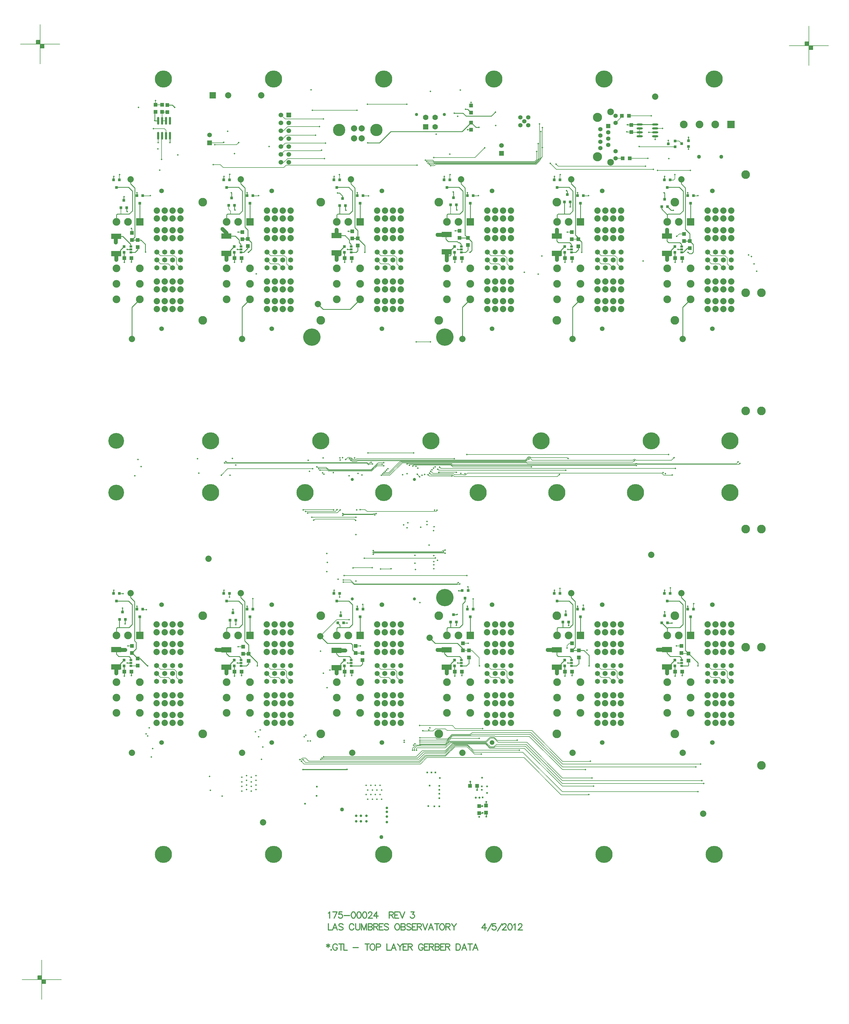
<source format=gtl>
%FSLAX23Y23*%
%MOIN*%
G70*
G01*
G75*
G04 Layer_Physical_Order=1*
G04 Layer_Color=255*
%ADD10R,0.035X0.037*%
%ADD11R,0.035X0.037*%
%ADD12O,0.079X0.024*%
%ADD13R,0.036X0.028*%
%ADD14R,0.036X0.036*%
%ADD15R,0.050X0.050*%
%ADD16O,0.028X0.098*%
%ADD17R,0.126X0.071*%
%ADD18R,0.050X0.050*%
%ADD19C,0.010*%
%ADD20C,0.050*%
%ADD21C,0.008*%
%ADD22C,0.005*%
%ADD23C,0.012*%
%ADD24C,0.006*%
%ADD25C,0.012*%
%ADD26C,0.012*%
%ADD27C,0.020*%
%ADD28R,0.079X0.079*%
%ADD29C,0.079*%
%ADD30C,0.157*%
%ADD31C,0.039*%
%ADD32C,0.220*%
%ADD33C,0.085*%
%ADD34C,0.055*%
%ADD35C,0.116*%
%ADD36R,0.055X0.055*%
%ADD37R,0.098X0.098*%
%ADD38C,0.098*%
%ADD39C,0.059*%
%ADD40C,0.080*%
%ADD41C,0.065*%
%ADD42C,0.055*%
%ADD43R,0.098X0.098*%
%ADD44R,0.059X0.059*%
%ADD45R,0.070X0.070*%
%ADD46C,0.070*%
%ADD47C,0.040*%
%ADD48C,0.110*%
%ADD49C,0.217*%
%ADD50C,0.200*%
%ADD51C,0.026*%
%ADD52C,0.050*%
%ADD53C,0.024*%
%ADD54C,0.032*%
D10*
X29777Y26463D02*
D03*
X29740Y26365D02*
D03*
X36482Y21412D02*
D03*
X36445Y21314D02*
D03*
X35082Y21412D02*
D03*
X35045Y21314D02*
D03*
X33913Y21449D02*
D03*
X33875Y21351D02*
D03*
X32282Y21412D02*
D03*
X32245Y21314D02*
D03*
X30882Y21412D02*
D03*
X30845Y21314D02*
D03*
X29482Y21412D02*
D03*
X29445Y21314D02*
D03*
X36482Y26663D02*
D03*
X36445Y26565D02*
D03*
X35082Y26663D02*
D03*
X35045Y26565D02*
D03*
X33682Y26663D02*
D03*
X33645Y26565D02*
D03*
X32282Y26663D02*
D03*
X32245Y26565D02*
D03*
X30882Y26663D02*
D03*
X30845Y26565D02*
D03*
X29482Y26663D02*
D03*
X29445Y26565D02*
D03*
X36777Y21212D02*
D03*
X36740Y21114D02*
D03*
X35377Y21212D02*
D03*
X35340Y21114D02*
D03*
X33977Y21212D02*
D03*
X33940Y21114D02*
D03*
X32577Y21212D02*
D03*
X32540Y21114D02*
D03*
X31177Y21212D02*
D03*
X31140Y21114D02*
D03*
X29777Y21212D02*
D03*
X29740Y21114D02*
D03*
X36777Y26463D02*
D03*
X36740Y26365D02*
D03*
X35377Y26463D02*
D03*
X35340Y26365D02*
D03*
X33977Y26463D02*
D03*
X33940Y26365D02*
D03*
X32577Y26463D02*
D03*
X32540Y26365D02*
D03*
X31177Y26463D02*
D03*
X31140Y26365D02*
D03*
X29537Y26402D02*
D03*
X29500Y26309D02*
D03*
X30907Y26432D02*
D03*
X30870Y26339D02*
D03*
X32317Y26427D02*
D03*
X32280Y26334D02*
D03*
X33727Y26437D02*
D03*
X33690Y26344D02*
D03*
X35175Y26474D02*
D03*
X35138Y26381D02*
D03*
X36410Y26414D02*
D03*
X36373Y26321D02*
D03*
X29520Y21175D02*
D03*
X29483Y21083D02*
D03*
X30925Y21165D02*
D03*
X30888Y21073D02*
D03*
X32295Y21130D02*
D03*
X32258Y21038D02*
D03*
X33728Y21142D02*
D03*
X33690Y21049D02*
D03*
X35155Y21140D02*
D03*
X35118Y21048D02*
D03*
X36410Y21130D02*
D03*
X36373Y21038D02*
D03*
D11*
X29703Y26463D02*
D03*
X36408Y21412D02*
D03*
X35008D02*
D03*
X33838Y21449D02*
D03*
X32208Y21412D02*
D03*
X30808D02*
D03*
X29408D02*
D03*
X36408Y26663D02*
D03*
X35008D02*
D03*
X33608D02*
D03*
X32208D02*
D03*
X30808D02*
D03*
X29408D02*
D03*
X36703Y21212D02*
D03*
X35303D02*
D03*
X33903D02*
D03*
X32503D02*
D03*
X31103D02*
D03*
X29703D02*
D03*
X36703Y26463D02*
D03*
X35303D02*
D03*
X33903D02*
D03*
X32503D02*
D03*
X31103D02*
D03*
X29575Y26309D02*
D03*
X30945Y26339D02*
D03*
X32355Y26334D02*
D03*
X33765Y26344D02*
D03*
X35212Y26381D02*
D03*
X36447Y26321D02*
D03*
X29557Y21083D02*
D03*
X30962Y21073D02*
D03*
X32332Y21038D02*
D03*
X33765Y21049D02*
D03*
X35192Y21048D02*
D03*
X36447Y21038D02*
D03*
D12*
X36094Y27365D02*
D03*
Y27315D02*
D03*
Y27265D02*
D03*
Y27215D02*
D03*
X36290Y27365D02*
D03*
Y27315D02*
D03*
Y27265D02*
D03*
Y27215D02*
D03*
D13*
X29628Y25742D02*
D03*
Y25816D02*
D03*
Y25779D02*
D03*
X36628Y20491D02*
D03*
Y20565D02*
D03*
Y20528D02*
D03*
X35228Y20491D02*
D03*
Y20565D02*
D03*
Y20528D02*
D03*
X33828Y20491D02*
D03*
Y20565D02*
D03*
Y20528D02*
D03*
X32428Y20491D02*
D03*
Y20565D02*
D03*
Y20528D02*
D03*
X31028Y20491D02*
D03*
Y20565D02*
D03*
Y20528D02*
D03*
X29628Y20491D02*
D03*
Y20565D02*
D03*
Y20528D02*
D03*
X36628Y25742D02*
D03*
Y25816D02*
D03*
Y25779D02*
D03*
X35228Y25742D02*
D03*
Y25816D02*
D03*
Y25779D02*
D03*
X33828Y25742D02*
D03*
Y25816D02*
D03*
Y25779D02*
D03*
X32428Y25742D02*
D03*
Y25816D02*
D03*
Y25779D02*
D03*
X31028Y25742D02*
D03*
Y25816D02*
D03*
Y25779D02*
D03*
D14*
X29542Y25742D02*
D03*
Y25816D02*
D03*
X36544Y27083D02*
D03*
X36458Y27120D02*
D03*
X36544Y27157D02*
D03*
X36542Y20491D02*
D03*
Y20565D02*
D03*
X35142Y20491D02*
D03*
Y20565D02*
D03*
X33742Y20491D02*
D03*
Y20565D02*
D03*
X32342Y20491D02*
D03*
Y20565D02*
D03*
X30942Y20491D02*
D03*
Y20565D02*
D03*
X29542Y20491D02*
D03*
Y20565D02*
D03*
X36542Y25742D02*
D03*
Y25816D02*
D03*
X35142Y25742D02*
D03*
Y25816D02*
D03*
X33742Y25742D02*
D03*
Y25816D02*
D03*
X32342Y25742D02*
D03*
Y25816D02*
D03*
X30942Y25742D02*
D03*
Y25816D02*
D03*
X36714Y27085D02*
D03*
X36628Y27122D02*
D03*
X36714Y27159D02*
D03*
D15*
X36715Y20650D02*
D03*
Y20560D02*
D03*
X33952Y27300D02*
D03*
Y27390D02*
D03*
X33951Y27604D02*
D03*
Y27514D02*
D03*
X34054Y18623D02*
D03*
Y18713D02*
D03*
X34142Y18718D02*
D03*
Y18628D02*
D03*
X30025Y27524D02*
D03*
Y27614D02*
D03*
X29940D02*
D03*
Y27524D02*
D03*
X30090Y27613D02*
D03*
Y27523D02*
D03*
X35986Y27270D02*
D03*
Y27360D02*
D03*
X29640Y25900D02*
D03*
Y25990D02*
D03*
X31045Y25910D02*
D03*
Y26000D02*
D03*
X32440Y25918D02*
D03*
Y26008D02*
D03*
X33805Y25925D02*
D03*
Y26015D02*
D03*
X35230Y25910D02*
D03*
Y26000D02*
D03*
X36658Y25886D02*
D03*
Y25976D02*
D03*
X29642Y20657D02*
D03*
Y20747D02*
D03*
X31055Y20645D02*
D03*
Y20735D02*
D03*
X32485Y20655D02*
D03*
Y20745D02*
D03*
X33849Y20689D02*
D03*
Y20779D02*
D03*
X35235Y20690D02*
D03*
Y20780D02*
D03*
X36625Y20655D02*
D03*
Y20745D02*
D03*
X29715Y25900D02*
D03*
Y25810D02*
D03*
X31114Y25911D02*
D03*
Y25821D02*
D03*
X32511Y25919D02*
D03*
Y25829D02*
D03*
X33910Y25925D02*
D03*
Y25835D02*
D03*
X35315Y25910D02*
D03*
Y25820D02*
D03*
X36730Y25887D02*
D03*
Y25797D02*
D03*
X29715Y20587D02*
D03*
Y20497D02*
D03*
X31125Y20645D02*
D03*
Y20555D02*
D03*
X32570Y20655D02*
D03*
Y20565D02*
D03*
X33923Y20689D02*
D03*
Y20599D02*
D03*
X35320Y20690D02*
D03*
Y20600D02*
D03*
D16*
X29975Y27221D02*
D03*
X30025D02*
D03*
X30075D02*
D03*
X30125D02*
D03*
X29975Y27413D02*
D03*
X30025D02*
D03*
X30075D02*
D03*
X30125D02*
D03*
D17*
X29440Y25945D02*
D03*
Y25725D02*
D03*
X36440Y20698D02*
D03*
Y20478D02*
D03*
X35040Y20695D02*
D03*
Y20475D02*
D03*
X33640Y20695D02*
D03*
Y20475D02*
D03*
X32240Y20690D02*
D03*
Y20470D02*
D03*
X30840Y20695D02*
D03*
Y20475D02*
D03*
X29440Y20698D02*
D03*
Y20478D02*
D03*
X36440Y25949D02*
D03*
Y25729D02*
D03*
X35040Y25950D02*
D03*
Y25730D02*
D03*
X33640Y25969D02*
D03*
Y25749D02*
D03*
X32240Y25955D02*
D03*
Y25735D02*
D03*
X30840Y25950D02*
D03*
Y25730D02*
D03*
D18*
X36545Y20418D02*
D03*
X36635D02*
D03*
X35145D02*
D03*
X35235D02*
D03*
X33745D02*
D03*
X33835D02*
D03*
X32345D02*
D03*
X32435D02*
D03*
X30945D02*
D03*
X31035D02*
D03*
X29545D02*
D03*
X29635D02*
D03*
X36545Y25669D02*
D03*
X36635D02*
D03*
X35145D02*
D03*
X35235D02*
D03*
X33745D02*
D03*
X33835D02*
D03*
X32345D02*
D03*
X32435D02*
D03*
X30945D02*
D03*
X31035D02*
D03*
X29545D02*
D03*
X29635D02*
D03*
X33939Y18968D02*
D03*
X34029D02*
D03*
X35879Y26937D02*
D03*
X35969D02*
D03*
X35866Y27477D02*
D03*
X35956D02*
D03*
D19*
X29440Y20698D02*
X29443Y20695D01*
Y20642D02*
Y20695D01*
Y20642D02*
X29472Y20613D01*
X29605D01*
X30840Y20650D02*
Y20695D01*
Y20650D02*
X30877Y20613D01*
X32240Y20645D02*
Y20690D01*
Y20645D02*
X32272Y20613D01*
X32405D01*
X33640Y20695D02*
X33640Y20695D01*
X33615Y20670D02*
X33640Y20695D01*
X33615Y20645D02*
Y20670D01*
Y20645D02*
X33647Y20613D01*
X33805D01*
X35040Y20630D02*
Y20695D01*
Y20630D02*
X35057Y20613D01*
X35205D01*
X36440Y20655D02*
Y20698D01*
Y20655D02*
X36482Y20613D01*
X36605D01*
X36440Y25885D02*
Y25949D01*
Y25885D02*
X36461Y25864D01*
X36605D01*
X35040Y25885D02*
Y25950D01*
Y25885D02*
X35061Y25864D01*
X33636Y25965D02*
X33640Y25969D01*
X33630Y25959D02*
X33636Y25965D01*
X33630Y25910D02*
Y25959D01*
Y25910D02*
X33660Y25880D01*
X33775D01*
X33791Y25864D01*
X33805D01*
X32240Y25955D02*
X32350D01*
X32405Y25900D01*
Y25864D02*
Y25900D01*
X30840Y25950D02*
X30955D01*
X31005Y25900D01*
Y25864D02*
Y25900D01*
X29440Y25699D02*
X29485D01*
X29440Y25945D02*
X29524D01*
X29625Y25844D01*
X31235Y20491D02*
Y20535D01*
X31125Y20645D02*
X31235Y20535D01*
X31125Y20645D02*
Y20760D01*
X31075Y20810D02*
X31125Y20760D01*
X31055Y20645D02*
X31125D01*
Y20520D02*
Y20555D01*
X31096Y20491D02*
X31125Y20520D01*
X31028Y20491D02*
X31096D01*
X32485Y20655D02*
X32570D01*
X32445Y20695D02*
X32485Y20655D01*
X32445Y20695D02*
Y20760D01*
X32425Y20780D02*
X32445Y20760D01*
X32125Y20780D02*
X32425D01*
X32570Y20515D02*
Y20565D01*
X32546Y20491D02*
X32570Y20515D01*
X32428Y20491D02*
X32546D01*
X33923Y20523D02*
Y20599D01*
X33891Y20491D02*
X33923Y20523D01*
X33828Y20491D02*
X33891D01*
X35451D02*
Y20624D01*
X35385Y20690D02*
X35451Y20624D01*
X35320Y20690D02*
X35385D01*
X35235D02*
X35320D01*
X35235D02*
X35275Y20730D01*
Y21309D01*
X35320Y20520D02*
Y20600D01*
X35291Y20491D02*
X35320Y20520D01*
X35228Y20491D02*
X35291D01*
X36833D02*
Y20532D01*
X36715Y20650D02*
X36833Y20532D01*
X36675Y20690D02*
X36715Y20650D01*
Y20497D02*
Y20560D01*
X36709Y20491D02*
X36715Y20497D01*
X36628Y20491D02*
X36709D01*
X36658Y25886D02*
X36659Y25887D01*
X36730D01*
X36709Y25742D02*
X36726Y25725D01*
X36755D01*
X36775Y25745D01*
Y25842D01*
X36730Y25887D02*
X36775Y25842D01*
X36730Y25887D02*
Y25980D01*
X36675Y26035D02*
X36730Y25980D01*
X36702Y25797D02*
X36730D01*
X36647Y25742D02*
X36702Y25797D01*
X36628Y25742D02*
X36647D01*
X35315Y25915D02*
X35358Y25872D01*
Y25742D02*
Y25872D01*
X35315Y25915D02*
Y25924D01*
X35276Y25963D02*
X35315Y25924D01*
Y25775D02*
Y25820D01*
X35282Y25742D02*
X35315Y25775D01*
X35228Y25742D02*
X35282D01*
X33937Y25742D02*
X33960Y25765D01*
Y25875D01*
X33910Y25925D02*
X33960Y25875D01*
X33875Y25959D02*
X33910Y25925D01*
X33805D02*
X33910D01*
Y25770D02*
Y25835D01*
X33882Y25742D02*
X33910Y25770D01*
X33828Y25742D02*
X33882D01*
X32601D02*
Y25829D01*
X32511Y25919D02*
X32601Y25829D01*
X32511Y25919D02*
Y26020D01*
X32475Y26055D02*
X32511Y26020D01*
X32440Y25918D02*
X32441Y25919D01*
X32511D01*
Y25761D02*
Y25829D01*
X32492Y25742D02*
X32511Y25761D01*
X32428Y25742D02*
X32492D01*
X31045Y25910D02*
X31046Y25911D01*
X31114D01*
X31121Y25742D02*
X31160Y25781D01*
Y25865D01*
X31114Y25911D02*
X31160Y25865D01*
X31114Y25911D02*
Y26024D01*
X31076Y26063D02*
X31114Y26024D01*
Y25794D02*
Y25821D01*
X31062Y25742D02*
X31114Y25794D01*
X31028Y25742D02*
X31062D01*
X29811D02*
Y25844D01*
X29755Y25900D02*
X29811Y25844D01*
X29715Y25900D02*
X29755D01*
X29640D02*
X29715D01*
X29640D02*
X29676Y25935D01*
X29715Y25775D02*
Y25810D01*
X29682Y25742D02*
X29715Y25775D01*
X29628Y25742D02*
X29682D01*
X29743Y20587D02*
X29839Y20491D01*
X29715Y20587D02*
X29743D01*
X29645Y20657D02*
X29715Y20587D01*
X29642Y20657D02*
X29645D01*
X29642D02*
X29693Y20708D01*
Y20791D01*
X29675Y20809D02*
X29693Y20791D01*
X30125Y27136D02*
Y27221D01*
X29932Y27516D02*
X29940Y27524D01*
X29932Y27414D02*
Y27516D01*
Y27414D02*
X29933Y27413D01*
X29975D01*
X30153Y27613D02*
X30184Y27582D01*
X30090Y27613D02*
X30153D01*
X33796Y21446D02*
X33838D01*
X32245Y21317D02*
X32398D01*
X35045Y26568D02*
X35198D01*
X36445D02*
X36598D01*
X33645D02*
X33798D01*
X29445D02*
X29598D01*
X30845D02*
X30998D01*
X32245D02*
X32398D01*
X32414Y25019D02*
X32540Y25145D01*
X32004Y25086D02*
X32071Y25019D01*
X32414D01*
X36833Y20491D02*
X36834Y20492D01*
X35451Y20491D02*
X35451Y20491D01*
X34055Y20491D02*
X34056Y20492D01*
X33940Y20878D02*
X33940Y20878D01*
X35340Y20878D02*
X35340Y20878D01*
X36740Y20878D02*
X36740Y20878D01*
X36645Y21019D02*
Y21269D01*
X36598Y21317D02*
X36645Y21269D01*
X36605Y20979D02*
X36645Y21019D01*
X36445Y21317D02*
X36598D01*
X36455Y20979D02*
X36605D01*
X36445Y20878D02*
Y20968D01*
X36455Y20979D01*
X35245Y21019D02*
Y21269D01*
X35198Y21317D02*
X35245Y21269D01*
X35205Y20979D02*
X35245Y21019D01*
X35045Y21317D02*
X35198D01*
X35055Y20979D02*
X35205D01*
X35045Y20878D02*
Y20968D01*
X35055Y20979D01*
X33875Y21310D02*
Y21354D01*
X33845Y21280D02*
X33875Y21310D01*
X33845Y21019D02*
Y21280D01*
X33805Y20979D02*
X33845Y21019D01*
X33655Y20979D02*
X33805D01*
X33645Y20878D02*
Y20968D01*
X33655Y20979D01*
X33776Y20780D02*
X33843Y20712D01*
X33495Y20780D02*
X33776D01*
X33425Y20850D02*
X33495Y20780D01*
X36625Y21359D02*
Y21417D01*
X36675Y20690D02*
Y21309D01*
X36625Y21359D02*
X36675Y21309D01*
X29839Y20491D02*
X29840Y20492D01*
X29625Y21359D02*
X29675Y21309D01*
X29625Y21359D02*
Y21417D01*
X29675Y20809D02*
Y21309D01*
X31025Y21359D02*
X31075Y21309D01*
X31025Y21359D02*
Y21417D01*
X31075Y20810D02*
Y21309D01*
X35225Y21359D02*
Y21417D01*
Y21359D02*
X35275Y21309D01*
X31045Y21019D02*
Y21269D01*
X30998Y21317D02*
X31045Y21269D01*
X30845Y21317D02*
X30998D01*
X31005Y20979D02*
X31045Y21019D01*
X30855Y20979D02*
X31005D01*
X30845Y20968D02*
X30855Y20979D01*
X30845Y20878D02*
Y20968D01*
X29645Y21019D02*
Y21269D01*
X29598Y21317D02*
X29645Y21269D01*
X29605Y20979D02*
X29645Y21019D01*
X29445Y21317D02*
X29598D01*
X29445Y20968D02*
X29455Y20979D01*
X29445Y20878D02*
Y20968D01*
X29740Y20878D02*
X29740Y20878D01*
X31140Y20878D02*
X31140Y20878D01*
X29811Y25742D02*
X29813Y25744D01*
X31121Y25742D02*
X31122Y25741D01*
X32601Y25742D02*
X32602Y25743D01*
X29676Y25935D02*
Y26560D01*
X29625Y26611D02*
X29676Y26560D01*
X29625Y26611D02*
Y26668D01*
X32475Y26055D02*
Y26560D01*
X32425Y26611D02*
X32475Y26560D01*
X32425Y26611D02*
Y26668D01*
X31025Y26611D02*
X31076Y26560D01*
Y26063D02*
Y26560D01*
X31025Y26611D02*
Y26668D01*
X32540Y26129D02*
X32540Y26129D01*
X31140Y26129D02*
X31140Y26129D01*
X32445Y26270D02*
Y26520D01*
X32398Y26568D02*
X32445Y26520D01*
X32405Y26230D02*
X32445Y26270D01*
X32245Y26129D02*
Y26219D01*
X32256Y26230D01*
X29740Y26129D02*
X29740Y26129D01*
X29598Y26568D02*
X29646Y26520D01*
X29445Y26129D02*
Y26219D01*
X31045Y26270D02*
Y26520D01*
X30998Y26568D02*
X31045Y26520D01*
X31006Y26230D02*
X31045Y26270D01*
X30845Y26219D02*
X30855Y26230D01*
X30845Y26129D02*
Y26219D01*
X33937Y25742D02*
X33937Y25742D01*
X35225Y26611D02*
X35276Y26560D01*
X35225Y26611D02*
Y26668D01*
X35276Y25963D02*
Y26560D01*
X35358Y25742D02*
X35359Y25743D01*
X35245Y26270D02*
Y26520D01*
X35198Y26568D02*
X35245Y26520D01*
X35206Y26230D02*
X35245Y26270D01*
X35045Y26129D02*
Y26219D01*
X35056Y26230D01*
X35340Y26129D02*
X35340Y26129D01*
X33875Y25959D02*
Y26560D01*
X33825Y26611D02*
X33875Y26560D01*
X33825Y26611D02*
Y26668D01*
X36675Y26035D02*
Y26560D01*
X36625Y26611D02*
X36675Y26560D01*
X36625Y26611D02*
Y26668D01*
X33846Y26270D02*
Y26520D01*
X33798Y26568D02*
X33846Y26520D01*
X33806Y26230D02*
X33846Y26270D01*
X33645Y26219D02*
X33655Y26230D01*
X33645Y26129D02*
Y26219D01*
X36646Y26270D02*
Y26520D01*
X36598Y26568D02*
X36646Y26520D01*
X36605Y26230D02*
X36646Y26270D01*
X36456Y26230D02*
X36605D01*
X36445Y26219D02*
X36456Y26230D01*
X36445Y26129D02*
Y26219D01*
X33940Y26129D02*
X33940Y26129D01*
X36740Y26129D02*
X36740Y26129D01*
X32540Y20878D02*
X32540Y20878D01*
X32445Y21019D02*
Y21269D01*
X32405Y20979D02*
X32445Y21019D01*
X32398Y21317D02*
X32445Y21269D01*
X32245Y20968D02*
X32255Y20979D01*
X32245Y20878D02*
Y20968D01*
X32035Y20870D02*
X32125Y20780D01*
X34142Y18628D02*
X34144Y18626D01*
X34054Y18713D02*
X34056Y18711D01*
X34026Y18965D02*
X34029Y18968D01*
X34096Y18623D02*
X34097Y18624D01*
X34054Y18623D02*
X34096D01*
X34056Y18711D02*
X34093D01*
X33939Y18968D02*
X33942Y18971D01*
X34144Y18579D02*
Y18626D01*
X34026Y18917D02*
Y18965D01*
X34142Y18764D02*
X34143Y18765D01*
X33942Y18971D02*
Y19021D01*
X34142Y18718D02*
Y18764D01*
X35225Y25819D02*
Y25844D01*
Y25819D02*
X35228Y25816D01*
X35205Y25864D02*
X35225Y25844D01*
X35061Y25864D02*
X35205D01*
X35142Y25672D02*
Y25742D01*
X35180Y25779D02*
X35228D01*
X35085Y25699D02*
X35095Y25709D01*
Y25769D01*
X35142Y25816D01*
X35145Y25614D02*
Y25669D01*
X35142Y25672D02*
X35145Y25669D01*
X35235Y25619D02*
Y25669D01*
X35241Y24641D02*
Y25046D01*
Y24641D02*
Y25046D01*
Y24641D02*
Y25046D01*
Y24641D02*
Y25046D01*
Y24641D02*
Y25046D01*
Y24641D02*
Y25046D01*
X35340Y25145D01*
X35241Y25046D02*
X35340Y25145D01*
X35241Y25046D02*
X35340Y25145D01*
X35241Y25046D02*
X35340Y25145D01*
X35241Y25046D02*
X35340Y25145D01*
X35241Y25046D02*
X35340Y25145D01*
X35303Y26497D02*
X35305Y26499D01*
X29625Y25819D02*
Y25844D01*
Y25819D02*
X29628Y25816D01*
X29542Y25672D02*
Y25742D01*
X29580Y25779D02*
X29628D01*
X29485Y25699D02*
X29495Y25709D01*
Y25769D01*
X29542Y25816D01*
X29545Y25614D02*
Y25669D01*
X29542Y25672D02*
X29545Y25669D01*
X29635Y25619D02*
Y25669D01*
X29641Y24641D02*
Y25046D01*
Y24641D02*
Y25046D01*
Y24641D02*
Y25046D01*
Y24641D02*
Y25046D01*
Y24641D02*
Y25046D01*
Y24641D02*
Y25046D01*
X29740Y25145D01*
X29641Y25046D02*
X29740Y25145D01*
X29641Y25046D02*
X29740Y25145D01*
X29641Y25046D02*
X29740Y25145D01*
X29641Y25046D02*
X29740Y25145D01*
X29641Y25046D02*
X29740Y25145D01*
X29703Y26497D02*
X29705Y26499D01*
X31025Y25819D02*
Y25844D01*
Y25819D02*
X31028Y25816D01*
X31005Y25864D02*
X31025Y25844D01*
X30942Y25672D02*
Y25742D01*
X30980Y25779D02*
X31028D01*
X30885Y25699D02*
X30895Y25709D01*
Y25769D01*
X30942Y25816D01*
X30945Y25614D02*
Y25669D01*
X30942Y25672D02*
X30945Y25669D01*
X31035Y25619D02*
Y25669D01*
X31041Y24641D02*
Y25046D01*
Y24641D02*
Y25046D01*
Y24641D02*
Y25046D01*
Y24641D02*
Y25046D01*
Y24641D02*
Y25046D01*
Y24641D02*
Y25046D01*
X31140Y25145D01*
X31041Y25046D02*
X31140Y25145D01*
X31041Y25046D02*
X31140Y25145D01*
X31041Y25046D02*
X31140Y25145D01*
X31041Y25046D02*
X31140Y25145D01*
X31041Y25046D02*
X31140Y25145D01*
X31103Y26497D02*
X31105Y26499D01*
X32425Y25819D02*
Y25844D01*
X32405Y25864D02*
X32425Y25844D01*
Y25819D02*
X32428Y25816D01*
X32342Y25672D02*
Y25742D01*
X32380Y25779D02*
X32428D01*
X32285Y25699D02*
X32295Y25709D01*
Y25769D01*
X32342Y25816D01*
X32345Y25614D02*
Y25669D01*
X32342Y25672D02*
X32345Y25669D01*
X32435Y25619D02*
Y25669D01*
X32503Y26497D02*
X32505Y26499D01*
X33825Y25819D02*
Y25844D01*
Y25819D02*
X33828Y25816D01*
X33805Y25864D02*
X33825Y25844D01*
X33742Y25672D02*
Y25742D01*
X33780Y25779D02*
X33828D01*
X33685Y25699D02*
X33695Y25709D01*
Y25769D01*
X33742Y25816D01*
X33745Y25614D02*
Y25669D01*
X33742Y25672D02*
X33745Y25669D01*
X33835Y25619D02*
Y25669D01*
X33841Y24641D02*
Y25046D01*
Y24641D02*
Y25046D01*
Y24641D02*
Y25046D01*
Y24641D02*
Y25046D01*
Y24641D02*
Y25046D01*
Y24641D02*
Y25046D01*
X33940Y25145D01*
X33841Y25046D02*
X33940Y25145D01*
X33841Y25046D02*
X33940Y25145D01*
X33841Y25046D02*
X33940Y25145D01*
X33841Y25046D02*
X33940Y25145D01*
X33841Y25046D02*
X33940Y25145D01*
X33903Y26497D02*
X33905Y26499D01*
X36625Y25819D02*
Y25844D01*
X36605Y25864D02*
X36625Y25844D01*
Y25819D02*
X36628Y25816D01*
X36542Y25672D02*
Y25742D01*
X36580Y25779D02*
X36628D01*
X36485Y25699D02*
X36495Y25709D01*
Y25769D01*
X36542Y25816D01*
Y25672D02*
X36545Y25669D01*
Y25614D02*
Y25669D01*
X36635Y25619D02*
Y25669D01*
X36641Y24641D02*
Y25046D01*
Y24641D02*
Y25046D01*
Y24641D02*
Y25046D01*
Y24641D02*
Y25046D01*
Y24641D02*
Y25046D01*
Y24641D02*
Y25046D01*
X36740Y25145D01*
X36641Y25046D02*
X36740Y25145D01*
X36641Y25046D02*
X36740Y25145D01*
X36641Y25046D02*
X36740Y25145D01*
X36641Y25046D02*
X36740Y25145D01*
X36641Y25046D02*
X36740Y25145D01*
X36703Y26497D02*
X36705Y26499D01*
X29625Y20568D02*
Y20593D01*
Y20568D02*
X29628Y20565D01*
X29605Y20613D02*
X29625Y20593D01*
X29542Y20421D02*
Y20491D01*
X29580Y20528D02*
X29628D01*
X29545Y20363D02*
Y20418D01*
X29542Y20421D02*
X29545Y20418D01*
X29635Y20368D02*
Y20418D01*
X29703Y21245D02*
X29705Y21248D01*
X30877Y20613D02*
X31005D01*
X31025Y20568D02*
Y20593D01*
Y20568D02*
X31028Y20565D01*
X31005Y20613D02*
X31025Y20593D01*
X30942Y20421D02*
Y20491D01*
X30980Y20528D02*
X31028D01*
X30885Y20448D02*
X30895Y20458D01*
Y20518D01*
X30942Y20565D01*
X30945Y20363D02*
Y20418D01*
X30942Y20421D02*
X30945Y20418D01*
X31035Y20368D02*
Y20418D01*
X31103Y21245D02*
X31105Y21248D01*
X32425Y20568D02*
Y20593D01*
Y20568D02*
X32428Y20565D01*
X32405Y20613D02*
X32425Y20593D01*
X32342Y20421D02*
Y20491D01*
X32380Y20528D02*
X32428D01*
X32285Y20448D02*
X32295Y20458D01*
Y20518D01*
X32342Y20565D01*
X32345Y20363D02*
Y20418D01*
X32342Y20421D02*
X32345Y20418D01*
X32435Y20368D02*
Y20418D01*
X32503Y21245D02*
X32505Y21248D01*
X33825Y20568D02*
Y20593D01*
Y20568D02*
X33828Y20565D01*
X33805Y20613D02*
X33825Y20593D01*
X33742Y20421D02*
Y20491D01*
X33780Y20528D02*
X33828D01*
X33685Y20448D02*
X33695Y20458D01*
Y20518D01*
X33742Y20565D01*
Y20421D02*
X33745Y20418D01*
Y20363D02*
Y20418D01*
X33835Y20368D02*
Y20418D01*
X33903Y21245D02*
X33905Y21248D01*
X35225Y20568D02*
Y20593D01*
Y20568D02*
X35228Y20565D01*
X35205Y20613D02*
X35225Y20593D01*
X35142Y20421D02*
Y20491D01*
X35180Y20528D02*
X35228D01*
X35085Y20448D02*
X35095Y20458D01*
Y20518D01*
X35142Y20565D01*
Y20421D02*
X35145Y20418D01*
Y20363D02*
Y20418D01*
X35235Y20368D02*
Y20418D01*
X35303Y21245D02*
X35305Y21248D01*
X36625Y20568D02*
Y20593D01*
Y20568D02*
X36628Y20565D01*
X36605Y20613D02*
X36625Y20593D01*
X36542Y20421D02*
Y20491D01*
X36580Y20528D02*
X36628D01*
X36485Y20448D02*
X36495Y20458D01*
Y20518D01*
X36542Y20565D01*
Y20421D02*
X36545Y20418D01*
Y20363D02*
Y20418D01*
X36635Y20368D02*
Y20418D01*
X36703Y21245D02*
X36705Y21248D01*
X33794Y21445D02*
X33796Y21446D01*
X29703Y21209D02*
Y21212D01*
Y21245D01*
X29408Y21409D02*
Y21412D01*
Y21450D01*
X30808Y21409D02*
Y21412D01*
Y21450D01*
X31103Y21209D02*
Y21212D01*
Y21245D01*
X32208Y21409D02*
Y21412D01*
Y21450D01*
X32503Y21209D02*
Y21212D01*
Y21245D01*
X29703Y26460D02*
Y26463D01*
Y26497D01*
X29408Y26660D02*
Y26663D01*
Y26702D01*
X31103Y26460D02*
Y26463D01*
Y26497D01*
X30808Y26660D02*
Y26663D01*
Y26702D01*
X32208Y26660D02*
Y26663D01*
Y26702D01*
X32503Y26460D02*
Y26463D01*
Y26497D01*
X33903Y21209D02*
Y21212D01*
Y21245D01*
X35303Y21209D02*
Y21212D01*
Y21245D01*
X35008Y21409D02*
Y21412D01*
Y21450D01*
X36408Y21409D02*
Y21412D01*
Y21450D01*
X36703Y21209D02*
Y21212D01*
Y21245D01*
X33608Y26660D02*
Y26663D01*
Y26702D01*
X33903Y26460D02*
Y26463D01*
Y26497D01*
X35008Y26660D02*
Y26663D01*
Y26702D01*
X35303Y26460D02*
Y26463D01*
Y26497D01*
X36703Y26460D02*
Y26463D01*
Y26497D01*
X36408Y26660D02*
Y26663D01*
Y26702D01*
X29495Y20518D02*
X29542Y20565D01*
X29495Y20458D02*
Y20518D01*
X29485Y20448D02*
X29495Y20458D01*
X29440Y20448D02*
X29485D01*
X30840D02*
X30885D01*
X32240D02*
X32285D01*
X33640D02*
X33685D01*
X35040D02*
X35085D01*
X36440D02*
X36485D01*
X30840Y25699D02*
X30885D01*
X32240D02*
X32285D01*
X33640D02*
X33685D01*
X35040D02*
X35085D01*
X36440D02*
X36485D01*
X33907Y27558D02*
X33951Y27514D01*
X33881Y27558D02*
X33907D01*
X33738Y27510D02*
X33848D01*
X33886Y27472D01*
X34209D01*
X34260Y27523D01*
X33952Y27390D02*
X34013Y27329D01*
X34050D01*
X33836Y27274D02*
X33952Y27390D01*
X32931Y27274D02*
X33836D01*
X32789Y27132D02*
X32931Y27274D01*
X32637Y27132D02*
X32789D01*
X36094Y27365D02*
X36290D01*
X35991D02*
X36094D01*
X35987Y27361D02*
X35991Y27365D01*
X35938Y27361D02*
X35987D01*
X36714Y27159D02*
Y27202D01*
X29537Y26402D02*
Y26446D01*
X29540Y26449D01*
X29445Y26219D02*
X29455Y26230D01*
X29500D01*
X29646Y26270D02*
Y26520D01*
X29500Y26230D02*
X29605D01*
X29646Y26270D01*
X29575Y26264D02*
X29580Y26259D01*
X29575Y26264D02*
Y26309D01*
X29740Y26129D02*
Y26368D01*
X30907Y26432D02*
Y26497D01*
X30905Y26499D02*
X30907Y26497D01*
X30855Y26230D02*
X30895D01*
X31006D01*
X30945Y26284D02*
X30950Y26279D01*
X30945Y26284D02*
Y26339D01*
X31140Y26129D02*
Y26368D01*
X32317Y26427D02*
Y26457D01*
X32280Y26494D02*
X32317Y26457D01*
X32255Y26494D02*
X32280D01*
Y26230D02*
Y26334D01*
X32256Y26230D02*
X32280D01*
X32405D01*
X32355Y26279D02*
X32360Y26274D01*
X32355Y26279D02*
Y26334D01*
X32540Y26129D02*
Y26368D01*
X33727Y26437D02*
Y26507D01*
X33725Y26509D02*
X33727Y26507D01*
X33655Y26230D02*
X33690D01*
X33806D01*
X33765Y26284D02*
X33770Y26279D01*
X33765Y26284D02*
Y26344D01*
X33940Y26129D02*
Y26368D01*
X35175Y26474D02*
Y26514D01*
X35165Y26524D02*
X35175Y26514D01*
X35138Y26233D02*
Y26381D01*
Y26233D02*
X35140Y26230D01*
X35056D02*
X35140D01*
X35206D01*
X35210Y26319D02*
Y26379D01*
X35212Y26381D01*
X35340Y26129D02*
Y26368D01*
X36410Y26414D02*
Y26494D01*
X36405Y26499D02*
X36410Y26494D01*
X36373Y26291D02*
Y26321D01*
Y26291D02*
X36445Y26219D01*
X36495Y26274D02*
X36520D01*
X36447Y26321D02*
X36495Y26274D01*
X36740Y26129D02*
Y26368D01*
X36410Y21130D02*
Y21179D01*
X36410Y21179D02*
X36410Y21179D01*
X36375Y21038D02*
X36445Y20968D01*
X36373Y21038D02*
X36375D01*
X36451Y21034D02*
X36505D01*
X36447Y21038D02*
X36451Y21034D01*
X36740Y20878D02*
Y21117D01*
X35155Y21140D02*
Y21189D01*
X35155Y21189D02*
X35155Y21189D01*
X35118Y20982D02*
Y21048D01*
X35190Y21004D02*
Y21045D01*
X35192Y21048D01*
X35340Y20878D02*
Y21117D01*
X33728Y21142D02*
X33773D01*
X33775Y21144D01*
X33690Y20979D02*
Y21049D01*
X33765Y21009D02*
Y21049D01*
X33940Y20878D02*
Y21117D01*
X32295Y21130D02*
Y21174D01*
X32295Y21174D02*
X32295Y21174D01*
X32285Y20979D02*
Y21010D01*
X32258Y21038D02*
X32285Y21010D01*
X32255Y20979D02*
X32285D01*
X32405D01*
X32540Y20878D02*
Y21117D01*
X30925Y21165D02*
Y21209D01*
X30925Y21209D02*
X30925Y21209D01*
X30888Y20982D02*
Y21073D01*
X30960Y21014D02*
Y21070D01*
X30962Y21073D01*
X31140Y20878D02*
Y21117D01*
X29520Y21175D02*
Y21224D01*
X29520Y21224D02*
X29520Y21224D01*
X29480Y20979D02*
Y21080D01*
X29483Y21083D01*
X29455Y20979D02*
X29480D01*
X29605D01*
X29555Y21024D02*
Y21080D01*
X29740Y20878D02*
Y21117D01*
D20*
X29443Y20695D02*
X29555D01*
X30720Y20695D02*
X30840D01*
X30715Y20700D02*
X30720Y20695D01*
X32240Y20690D02*
X32240Y20690D01*
X32350D01*
X33525Y20695D02*
X33640D01*
X35040D02*
X35040Y20695D01*
X34925Y20695D02*
X35040D01*
X36325Y20700D02*
X36327Y20698D01*
X36440D01*
X36440Y25949D02*
Y26030D01*
X35040Y25950D02*
Y26030D01*
X33525Y25965D02*
X33636D01*
X32240Y25955D02*
Y26030D01*
X30790Y26040D02*
X30840Y25990D01*
Y25950D02*
Y25990D01*
X29440Y25699D02*
Y25725D01*
Y25649D02*
Y25699D01*
X29435Y25940D02*
X29440Y25945D01*
X29435Y25870D02*
Y25940D01*
X35040Y25649D02*
Y25699D01*
Y25729D01*
X30840Y25649D02*
Y25699D01*
Y25729D01*
X32240Y25649D02*
Y25699D01*
Y25729D01*
X33640Y25699D02*
Y25729D01*
X36440Y25649D02*
Y25699D01*
Y25729D01*
X30840Y20398D02*
Y20448D01*
Y20478D01*
X32240Y20398D02*
Y20448D01*
X33640Y20398D02*
Y20448D01*
Y20478D01*
X35040Y20398D02*
Y20448D01*
Y20478D01*
X36440Y20398D02*
Y20448D01*
Y20478D01*
X29440Y20448D02*
Y20478D01*
Y20398D02*
Y20448D01*
X33640Y25643D02*
Y25699D01*
D21*
X30990Y20735D02*
X31055D01*
X32485Y20745D02*
X32545D01*
X33914Y20779D02*
X33915Y20780D01*
X33849Y20779D02*
X33914D01*
X35170Y20720D02*
Y20750D01*
X35200Y20780D01*
X35235D01*
X36560Y20745D02*
X36625D01*
X36565Y25945D02*
X36596Y25976D01*
X36658D01*
X35175Y26000D02*
X35230D01*
X33750Y26015D02*
X33805D01*
X32390Y26010D02*
X32392Y26008D01*
X32440D01*
X30990Y26000D02*
X31045D01*
X29635Y26045D02*
X29640Y26040D01*
Y25990D02*
Y26040D01*
X29590Y20747D02*
X29642D01*
X29974Y27136D02*
X29975Y27137D01*
Y27221D01*
X29940Y27614D02*
Y27668D01*
Y27614D02*
X30025D01*
X33910Y27300D02*
X33952D01*
X33909Y27299D02*
X33910Y27300D01*
X33951Y27604D02*
Y27646D01*
X33952Y27647D01*
X35932Y27270D02*
X35986D01*
X35931Y27271D02*
X35932Y27270D01*
X36094Y27215D02*
Y27265D01*
Y27315D01*
X35991Y27265D02*
X36094D01*
X35986Y27270D02*
X35991Y27265D01*
X36593Y27157D02*
X36628Y27122D01*
X36544Y27157D02*
X36593D01*
X36458Y27120D02*
Y27162D01*
X36459Y27163D01*
X36290Y27315D02*
X36385D01*
X28515Y16484D02*
X28525D01*
Y16479D02*
Y16489D01*
X28515D02*
X28525D01*
X28515Y16479D02*
Y16489D01*
Y16479D02*
X28525D01*
X28530D02*
Y16494D01*
X28510D02*
X28530D01*
X28510Y16474D02*
Y16494D01*
Y16474D02*
X28530D01*
X28535D02*
Y16499D01*
X28505D02*
X28535D01*
X28505Y16469D02*
Y16499D01*
Y16469D02*
X28535D01*
X28540Y16464D02*
Y16504D01*
X28500D02*
X28540D01*
X28500Y16464D02*
Y16504D01*
Y16464D02*
X28540D01*
X28465Y16534D02*
X28475D01*
Y16529D02*
Y16539D01*
X28465D02*
X28475D01*
X28465Y16529D02*
Y16539D01*
Y16529D02*
X28475D01*
X28480D02*
Y16544D01*
X28460D02*
X28480D01*
X28460Y16524D02*
Y16544D01*
Y16524D02*
X28480D01*
X28485D02*
Y16549D01*
X28455D02*
X28485D01*
X28455Y16519D02*
Y16549D01*
Y16519D02*
X28485D01*
X28490Y16514D02*
Y16554D01*
X28450D02*
X28490D01*
X28450Y16514D02*
Y16554D01*
Y16514D02*
X28490D01*
X28445Y16559D02*
X28495D01*
X28445Y16509D02*
Y16559D01*
X28495Y16459D02*
X28545D01*
Y16509D01*
X28495Y16259D02*
Y16759D01*
X28245Y16509D02*
X28745D01*
X28495Y28359D02*
X28505D01*
Y28354D02*
Y28364D01*
X28495D02*
X28505D01*
X28495Y28354D02*
Y28364D01*
Y28354D02*
X28505D01*
X28510D02*
Y28369D01*
X28490D02*
X28510D01*
X28490Y28349D02*
Y28369D01*
Y28349D02*
X28510D01*
X28515D02*
Y28374D01*
X28485D02*
X28515D01*
X28485Y28344D02*
Y28374D01*
Y28344D02*
X28515D01*
X28520Y28339D02*
Y28379D01*
X28480D02*
X28520D01*
X28480Y28339D02*
Y28379D01*
Y28339D02*
X28520D01*
X28445Y28409D02*
X28455D01*
Y28404D02*
Y28414D01*
X28445D02*
X28455D01*
X28445Y28404D02*
Y28414D01*
Y28404D02*
X28455D01*
X28460D02*
Y28419D01*
X28440D02*
X28460D01*
X28440Y28399D02*
Y28419D01*
Y28399D02*
X28460D01*
X28465D02*
Y28424D01*
X28435D02*
X28465D01*
X28435Y28394D02*
Y28424D01*
Y28394D02*
X28465D01*
X28470Y28389D02*
Y28429D01*
X28430D02*
X28470D01*
X28430Y28389D02*
Y28429D01*
Y28389D02*
X28470D01*
X28425Y28434D02*
X28475D01*
X28425Y28384D02*
Y28434D01*
X28475Y28334D02*
X28525D01*
Y28384D01*
X28475Y28134D02*
Y28634D01*
X28225Y28384D02*
X28725D01*
X38265Y28339D02*
X38275D01*
Y28334D02*
Y28344D01*
X38265D02*
X38275D01*
X38265Y28334D02*
Y28344D01*
Y28334D02*
X38275D01*
X38280D02*
Y28349D01*
X38260D02*
X38280D01*
X38260Y28329D02*
Y28349D01*
Y28329D02*
X38280D01*
X38285D02*
Y28354D01*
X38255D02*
X38285D01*
X38255Y28324D02*
Y28354D01*
Y28324D02*
X38285D01*
X38290Y28319D02*
Y28359D01*
X38250D02*
X38290D01*
X38250Y28319D02*
Y28359D01*
Y28319D02*
X38290D01*
X38215Y28389D02*
X38225D01*
Y28384D02*
Y28394D01*
X38215D02*
X38225D01*
X38215Y28384D02*
Y28394D01*
Y28384D02*
X38225D01*
X38230D02*
Y28399D01*
X38210D02*
X38230D01*
X38210Y28379D02*
Y28399D01*
Y28379D02*
X38230D01*
X38235D02*
Y28404D01*
X38205D02*
X38235D01*
X38205Y28374D02*
Y28404D01*
Y28374D02*
X38235D01*
X38240Y28369D02*
Y28409D01*
X38200D02*
X38240D01*
X38200Y28369D02*
Y28409D01*
Y28369D02*
X38240D01*
X38195Y28414D02*
X38245D01*
X38195Y28364D02*
Y28414D01*
X38245Y28314D02*
X38295D01*
Y28364D01*
X38245Y28114D02*
Y28614D01*
X37995Y28364D02*
X38495D01*
D22*
X34055Y20491D02*
Y20595D01*
X33961Y20689D02*
X34055Y20595D01*
X33923Y20689D02*
X33961D01*
X33849D02*
X33923D01*
X36625Y20655D02*
X36630Y20650D01*
X36715D01*
X35230Y25910D02*
X35315D01*
X29709Y20491D02*
X29715Y20497D01*
X29628Y20491D02*
X29709D01*
X30026Y27523D02*
X30090D01*
X30025Y27524D02*
X30026Y27523D01*
X30025Y27413D02*
Y27524D01*
Y27413D02*
X30075D01*
X29915Y27313D02*
X30055D01*
X30075Y27293D01*
Y27221D02*
Y27293D01*
X30019Y27215D02*
X30025Y27221D01*
X30019Y26922D02*
Y27215D01*
X30800Y27132D02*
X30807Y27139D01*
X30627Y27132D02*
X30800D01*
X30971Y27108D02*
X30999Y27136D01*
X30693Y27108D02*
X30971D01*
X33139Y23054D02*
X33144Y23059D01*
X33703D01*
X33210Y23028D02*
X33222Y23041D01*
X33695D01*
X33167Y23038D02*
X33179Y23050D01*
X37353Y23050D02*
X37366Y23063D01*
X36061Y23050D02*
X37353D01*
X36044Y23054D02*
X36058D01*
X33703Y23059D02*
X33715Y23046D01*
X36058Y23054D02*
X36061Y23050D01*
X36037Y23046D02*
X36044Y23054D01*
X33715Y23046D02*
X36037D01*
X32050Y23011D02*
X32110D01*
X32118Y23003D01*
X32050Y23011D02*
X32050Y23011D01*
X32118Y23003D02*
X32121D01*
X32129Y22995D01*
X31997Y23011D02*
X32050D01*
X31990Y23018D02*
X31997Y23011D01*
X31990Y23018D02*
X31990D01*
X32131Y22995D02*
X32144Y22983D01*
X32129Y22995D02*
X32131D01*
X33712Y23037D02*
X36051D01*
X33179Y23050D02*
X33699D01*
X33712Y23037D01*
X32117Y22994D02*
X32125Y22986D01*
X32128D01*
X32067Y22994D02*
X32117D01*
X32128Y22986D02*
X32140Y22974D01*
X32014Y22994D02*
X32067D01*
X32067Y22994D01*
X33717Y23019D02*
X34716D01*
X33695Y23041D02*
X33717Y23019D01*
X32124Y22977D02*
X32136Y22965D01*
X32084Y22977D02*
X32124D01*
X32031Y22977D02*
X32084D01*
X32084Y22977D01*
X32771Y23072D02*
X32840D01*
X32682Y22983D02*
X32771Y23072D01*
X32764Y23052D02*
X32820D01*
X32685Y22974D02*
X32764Y23052D01*
X32756Y23032D02*
X32840D01*
X32689Y22965D02*
X32756Y23032D01*
X32136Y22965D02*
X32689D01*
X32140Y22974D02*
X32685D01*
X32144Y22983D02*
X32682D01*
X33078Y23070D02*
X34656D01*
X32919Y22911D02*
X33078Y23070D01*
X32810Y22911D02*
X32919D01*
X33063Y23079D02*
X36008D01*
X32912Y22928D02*
X33063Y23079D01*
X32827Y22928D02*
X32912D01*
X33052Y23088D02*
X34648D01*
X32909Y22945D02*
X33052Y23088D01*
X32844Y22945D02*
X32909D01*
X31818Y22474D02*
X32203D01*
X32205Y22472D01*
X35095Y18857D02*
X35448D01*
X32227Y22453D02*
X32248Y22474D01*
X31847Y22453D02*
X32227D01*
X33994Y19372D02*
X34080D01*
X31875Y22434D02*
X32250D01*
X32287Y22471D01*
X32542Y22476D02*
X32605D01*
X32630Y22451D01*
X33509D02*
X33519Y22461D01*
Y22468D01*
X32630Y22451D02*
X33509D01*
X35048Y22896D02*
X35073Y22921D01*
X33738Y22896D02*
X35048D01*
X33856Y22917D02*
X33880D01*
X33854Y22920D02*
X33856Y22917D01*
X33737Y22920D02*
X33854D01*
X36401Y22913D02*
X36508D01*
X36374Y22940D02*
X36401Y22913D01*
X33880Y22917D02*
X33903Y22940D01*
X36374D01*
X33439Y22961D02*
X33466Y22934D01*
X33533D01*
X33533Y22934D01*
X33723D01*
X33737Y22920D01*
X33714D02*
X33738Y22896D01*
X33700Y22920D02*
X33714D01*
X33700Y22919D02*
X33700Y22920D01*
X33444Y22919D02*
X33700D01*
X33423Y22940D02*
X33444Y22919D01*
X33421Y22903D02*
X33707D01*
X33404Y22920D02*
X33421Y22903D01*
X30778Y22913D02*
X30859Y22994D01*
X31936D01*
X32409Y23118D02*
X32414Y23123D01*
X35171Y23136D02*
X35183Y23124D01*
X36035Y23116D02*
X36049Y23101D01*
X36007D02*
X36021Y23116D01*
X34729Y23101D02*
X36007D01*
X36049D02*
X36496D01*
X36021Y23116D02*
X36035D01*
X36496Y23101D02*
X36530Y23135D01*
X34696Y23135D02*
X34729Y23101D01*
X36008Y23079D02*
X36028Y23099D01*
X36065Y23059D02*
X37323D01*
X36062Y23063D02*
X36065Y23059D01*
X36040Y23063D02*
X36062D01*
X36037Y23059D02*
X36040Y23063D01*
X34667Y23059D02*
X36037D01*
X37323D02*
X37345Y23081D01*
X34656Y23070D02*
X34667Y23059D01*
X34648Y23088D02*
X34677Y23117D01*
X34645Y23097D02*
X34682Y23135D01*
X32506Y23097D02*
X34645D01*
X34641Y23106D02*
X34678Y23144D01*
X32503Y23106D02*
X34641D01*
X32411Y23140D02*
X32419Y23132D01*
X32387Y23140D02*
X32411D01*
X32432Y23132D02*
X32451Y23112D01*
X32489D01*
X32419Y23132D02*
X32432D01*
X32489Y23112D02*
X32499Y23122D01*
X32428Y23123D02*
X32438Y23113D01*
X32414Y23123D02*
X32428D01*
X32440Y23087D02*
X32496D01*
X32506Y23097D01*
X32442Y23098D02*
X32495D01*
X32438Y23102D02*
X32442Y23098D01*
X32438Y23102D02*
Y23113D01*
X32409Y23118D02*
X32409D01*
X32404Y23123D02*
X32409Y23118D01*
X32495Y23098D02*
X32503Y23106D01*
X32421Y23106D02*
X32440Y23087D01*
X32499Y23122D02*
X33739D01*
X34677Y23117D02*
X34689D01*
X32359Y23111D02*
X32387Y23139D01*
X34707Y23136D02*
X35171D01*
X34700Y23144D02*
X34707Y23136D01*
X34678Y23144D02*
X34700D01*
X34682Y23135D02*
X34696D01*
X32633Y27623D02*
X33133D01*
X31933Y27547D02*
X32502D01*
X32035Y20870D02*
X32244Y21079D01*
X32400D01*
X35114Y19210D02*
X36811D01*
X35110Y18895D02*
X36834D01*
X35114Y19245D02*
X36869D01*
X35112Y19035D02*
X36885D01*
X35111Y19000D02*
X36909D01*
X35113Y19175D02*
X35404D01*
X34623Y19329D02*
X35095Y18857D01*
X33389Y19329D02*
X34623D01*
X33307Y19247D02*
X33389Y19329D01*
X35114Y19280D02*
X35468D01*
X35112Y19070D02*
X35489D01*
X35111Y18965D02*
X35509D01*
X34054Y19572D02*
X34055Y19573D01*
X33697Y19572D02*
X34054D01*
X33625Y19500D02*
X33697Y19572D01*
X33939Y19621D02*
X33966Y19647D01*
X33706Y19621D02*
X33939D01*
X33653Y19567D02*
X33706Y19621D01*
X33943Y19612D02*
X33953Y19622D01*
X33710Y19612D02*
X33943D01*
X33646Y19548D02*
X33710Y19612D01*
X33635Y19524D02*
X33713Y19603D01*
X33752Y19697D02*
X34099D01*
X33989Y19397D02*
X34609D01*
X33905Y19481D02*
X33989Y19397D01*
X33977Y19422D02*
X34564D01*
X33901Y19465D02*
X33994Y19372D01*
X33746Y19465D02*
X33901D01*
X33625Y19344D02*
X33746Y19465D01*
X33625Y19693D02*
X33646Y19672D01*
X33714Y19735D02*
X33752Y19697D01*
X33296Y19735D02*
X33714D01*
X34283Y19547D02*
X34541D01*
X33673Y19535D02*
X34142D01*
X33496Y19693D02*
X33625D01*
X33466Y19664D02*
X33496Y19693D01*
X33340Y19664D02*
X33466D01*
X33336Y19668D02*
X33340Y19664D01*
X33503Y19579D02*
X33515Y19567D01*
X33653D01*
X33301Y19579D02*
X33503D01*
X33302Y19548D02*
X33646D01*
X33302Y19524D02*
X33635D01*
X33302Y19500D02*
X33625D01*
X33629Y19491D02*
X33673Y19535D01*
X33309Y19484D02*
X33316Y19491D01*
X33629D01*
X33246Y19484D02*
X33309D01*
X33208Y19421D02*
Y19445D01*
X33246Y19484D01*
X33376Y19344D02*
X33625D01*
X33299Y19267D02*
X33376Y19344D01*
X31874Y22433D02*
X31875Y22434D01*
X31849Y19267D02*
X33299D01*
X31814Y19302D02*
X31849Y19267D01*
X33625Y19358D02*
X33748Y19481D01*
X33370Y19358D02*
X33625D01*
X33293Y19281D02*
X33370Y19358D01*
X31786Y19302D02*
X31806Y19322D01*
X31846D02*
X31887Y19281D01*
X33293D01*
X31806Y19322D02*
X31846D01*
X31774Y19302D02*
X31786D01*
X33625Y19382D02*
X33733Y19490D01*
X33287Y19304D02*
X33365Y19382D01*
X33625D01*
X32042Y19304D02*
X33287D01*
X33625Y19399D02*
X33725Y19499D01*
X33270Y19321D02*
X33348Y19399D01*
X33625D01*
X32059Y19321D02*
X33270D01*
X33625Y19416D02*
X33717Y19508D01*
X33253Y19338D02*
X33331Y19416D01*
X33625D01*
X32076Y19338D02*
X33253D01*
X33625Y19452D02*
X33690Y19517D01*
X33263Y19452D02*
X33625D01*
X33256Y19445D02*
X33263Y19452D01*
X33256Y19421D02*
Y19445D01*
X33626Y19476D02*
X33676Y19526D01*
X33313Y19475D02*
X33314Y19476D01*
X33626D01*
X33232Y19445D02*
X33262Y19475D01*
X33313D01*
X33232Y19421D02*
Y19445D01*
X34629Y19447D02*
X35111Y18965D01*
X34650Y19497D02*
X35112Y19035D01*
X34691Y19597D02*
X35113Y19175D01*
X34702Y19622D02*
X35114Y19210D01*
X34723Y19672D02*
X35114Y19280D01*
X34712Y19647D02*
X35114Y19245D01*
X33966Y19647D02*
X34712D01*
X34660Y19522D02*
X35112Y19070D01*
X34274Y19497D02*
X34650D01*
X34640Y19472D02*
X35111Y19000D01*
X34261Y19472D02*
X34640D01*
X34249Y19447D02*
X34629D01*
X34609Y19397D02*
X35110Y18895D01*
X33953Y19622D02*
X34702D01*
X34259Y19597D02*
X34691D01*
X34295Y19522D02*
X34660D01*
X33646Y19672D02*
X34723D01*
X34253Y19603D02*
X34259Y19597D01*
X33713Y19603D02*
X34253D01*
X34245Y19585D02*
X34283Y19547D01*
X34192Y19585D02*
X34245D01*
X34142Y19535D02*
X34192Y19585D01*
X33733Y19490D02*
X33908D01*
X33977Y19422D01*
X33748Y19481D02*
X33905D01*
X34249Y19447D02*
X34249Y19447D01*
X34188Y19447D02*
X34249D01*
X34136Y19499D02*
X34188Y19447D01*
X33725Y19499D02*
X34136D01*
X34245Y19456D02*
X34261Y19472D01*
X34192Y19456D02*
X34245D01*
X34139Y19508D02*
X34192Y19456D01*
X33717Y19508D02*
X34139D01*
X34143Y19517D02*
X34196Y19465D01*
X33690Y19517D02*
X34143D01*
X34241Y19465D02*
X34274Y19497D01*
X34196Y19465D02*
X34241D01*
Y19576D02*
X34295Y19522D01*
X34146Y19526D02*
X34196Y19576D01*
X33676Y19526D02*
X34146D01*
X34196Y19576D02*
X34241D01*
X31953Y22341D02*
X31968Y22356D01*
X31952Y22341D02*
X31953D01*
X31928Y22379D02*
X32494D01*
X31829Y19247D02*
X33307D01*
X31846Y22452D02*
X31847Y22453D01*
X31794Y19282D02*
X31829Y19247D01*
X33497Y21860D02*
X33498Y21861D01*
X32593Y21860D02*
X33497D01*
X32452Y21737D02*
X32455Y21740D01*
X32694D01*
X32930Y21721D02*
X32934Y21725D01*
X32802Y21721D02*
X32930D01*
X29740Y26129D02*
X29758Y26111D01*
X33540Y22951D02*
X33763D01*
X36530Y23135D02*
X36531D01*
X36709Y25742D02*
X36709Y25742D01*
X33477Y26860D02*
X33485Y26868D01*
Y26843D02*
X33501Y26859D01*
X33469Y26894D02*
X33477Y26886D01*
X33464Y26911D02*
X33480Y26895D01*
X34762D01*
X34785Y26918D01*
X33477Y26886D02*
X34766D01*
X34794Y26914D01*
Y26918D01*
X34803Y26927D01*
X33404Y26877D02*
X34769D01*
X34803Y26911D01*
Y26914D01*
X34812Y26923D01*
Y26927D01*
X34821Y26936D01*
X33485Y26868D02*
X34773D01*
X34812Y26907D01*
Y26911D01*
X34821Y26920D01*
Y26923D01*
X34830Y26932D01*
Y26936D01*
X34839Y26945D01*
X33501Y26859D02*
X34777D01*
X34821Y26903D01*
Y26907D01*
X34830Y26916D01*
Y26920D01*
X34839Y26929D01*
Y26932D01*
X34848Y26941D01*
Y26945D01*
X34857Y26954D01*
X32706Y21909D02*
X32721Y21924D01*
X33621D01*
X33622Y21922D01*
X33387Y26894D02*
X33469D01*
X33370Y26911D02*
X33464D01*
X32706Y21933D02*
X33593D01*
X33421Y26860D02*
X33477D01*
X33593Y21933D02*
X33602Y21942D01*
X32721Y21942D02*
X33579D01*
X32706Y21957D02*
X32721Y21942D01*
X33438Y26843D02*
X33485D01*
X33595Y21959D02*
X33619D01*
X33579Y21942D02*
X33595Y21959D01*
X33619D02*
X33622Y21962D01*
X34821Y26936D02*
Y27374D01*
X34839Y26945D02*
Y27274D01*
X34803Y26927D02*
Y27122D01*
X34857Y26954D02*
Y27324D01*
X34785Y26918D02*
Y27024D01*
X31535Y26885D02*
X31572D01*
X31620Y26933D01*
X32088D01*
X31535Y26985D02*
X31581Y27031D01*
X32041D01*
X32050Y27040D01*
X31535Y27085D02*
X31548D01*
X31592Y27129D01*
X32101D01*
X31535Y27185D02*
X31560D01*
X31604Y27229D01*
X31975D01*
X31535Y27285D02*
X31566D01*
X31620Y27339D01*
X32024D01*
X31535Y27485D02*
X31586Y27434D01*
X32073D01*
X32074Y27435D01*
X30674Y26857D02*
X30765D01*
X30802Y26819D01*
X31572D01*
X31602Y26849D01*
X33262D02*
X33263Y26850D01*
X31602Y26849D02*
X33262D01*
X32320Y22427D02*
X32327Y22420D01*
X32704D01*
X30821Y23064D02*
X32628D01*
X32645Y23047D02*
X32653D01*
X32628Y23064D02*
X32645Y23047D01*
X30817Y23068D02*
X30821Y23064D01*
X32653Y23047D02*
X32655Y23050D01*
X32704Y22420D02*
X32710Y22426D01*
X32655Y23050D02*
X32660Y23054D01*
X32710Y22426D02*
X32743D01*
X32743Y22426D01*
X32655Y23050D02*
X32655D01*
X32660Y23054D02*
X32699D01*
X32320Y22403D02*
X32327Y22411D01*
X32724D01*
X30846Y23073D02*
X32632D01*
X32649Y23056D01*
X30834Y23085D02*
X30846Y23073D01*
X32649Y23056D02*
X32667Y23074D01*
X32724Y22411D02*
X32726Y22409D01*
X32667Y23074D02*
X32680D01*
X32326Y21557D02*
X32430D01*
X32326Y21581D02*
X32419D01*
X32467Y21533D01*
X32430Y21557D02*
X32463Y21524D01*
X32467Y21533D02*
X33774D01*
X33789Y21548D01*
X32463Y21524D02*
X33799D01*
X33806Y21531D01*
X35971Y26935D02*
X36196D01*
X35956Y27477D02*
X36238D01*
X36240Y27475D01*
X35788Y26937D02*
X35879D01*
X29528Y21409D02*
X29529Y21410D01*
X30882Y21364D02*
X30882Y21364D01*
X32282Y21364D02*
X32282Y21364D01*
X30882D02*
Y21409D01*
X32282Y21364D02*
Y21409D01*
X36482D02*
X36483Y21410D01*
X33912Y21495D02*
X33913Y21494D01*
X35081Y21476D02*
X35082Y21475D01*
X29482Y26728D02*
X29484Y26730D01*
X32279D02*
X32282Y26727D01*
X30882Y26730D02*
X30884Y26732D01*
X33682Y26728D02*
X33684Y26730D01*
X36523Y26660D02*
X36540Y26677D01*
X35082Y26727D02*
X35085Y26730D01*
X36540Y26677D02*
Y26730D01*
X29777Y21209D02*
X29779Y21207D01*
X29823D01*
X31177Y21346D02*
X31178Y21347D01*
X32574Y21273D02*
X32577Y21270D01*
X35377Y21261D02*
X35377Y21261D01*
X36777Y21280D02*
X36780Y21283D01*
X33977Y21341D02*
X33979Y21343D01*
X29872Y26460D02*
X29874Y26462D01*
X31250Y26460D02*
X31251Y26461D01*
X32646Y26460D02*
X32646Y26460D01*
X34043Y26460D02*
X34045Y26462D01*
X35443Y26460D02*
X35444Y26461D01*
X36832Y26460D02*
X36833Y26461D01*
X31177Y21209D02*
Y21346D01*
X33977Y21209D02*
Y21341D01*
X35377Y21209D02*
Y21261D01*
X29777Y26460D02*
X29872D01*
X31177D02*
X31250D01*
X32577Y21209D02*
Y21270D01*
X36777Y21209D02*
Y21280D01*
X32577Y26460D02*
X32646D01*
X33977D02*
X34043D01*
X35377D02*
X35443D01*
X36777D02*
X36832D01*
X30882Y26660D02*
Y26730D01*
X33913Y21446D02*
Y21494D01*
X35082Y21409D02*
Y21475D01*
X29482Y21409D02*
X29528D01*
X29482Y26660D02*
Y26728D01*
X36483Y21410D02*
Y21482D01*
X32282Y26660D02*
Y26727D01*
X33682Y26660D02*
Y26728D01*
X35082Y26660D02*
Y26727D01*
X36482Y26660D02*
X36523D01*
X31968Y22356D02*
X32467D01*
X32483Y22340D01*
X33567Y22999D02*
X33568D01*
X33552Y23014D02*
X33567Y22999D01*
X33568D02*
X36549Y22999D01*
X33528Y22988D02*
X33541Y22975D01*
X35155D01*
X30105Y25597D02*
X30156Y25546D01*
X30005Y25597D02*
X30105D01*
X29956Y25646D02*
X30005Y25597D01*
X30256Y25546D02*
Y25546D01*
X30206Y25596D02*
X30256Y25546D01*
X30206Y25596D02*
Y25671D01*
X30178Y25699D02*
X30206Y25671D01*
X30003Y25699D02*
X30178D01*
X29956Y25746D02*
X30003Y25699D01*
X31356Y25746D02*
X31403Y25699D01*
X31578D01*
X31606Y25671D01*
Y25596D02*
Y25671D01*
Y25596D02*
X31656Y25546D01*
X31356Y25646D02*
X31405Y25597D01*
X31505D01*
X31556Y25546D01*
X32756Y25746D02*
X32803Y25699D01*
X32978D01*
X33006Y25671D01*
Y25596D02*
Y25671D01*
Y25596D02*
X33056Y25546D01*
X32756Y25646D02*
X32805Y25597D01*
X32905D01*
X32956Y25546D01*
X34156Y25746D02*
X34203Y25699D01*
X34378D01*
X34406Y25671D01*
Y25596D02*
Y25671D01*
Y25596D02*
X34456Y25546D01*
X34156Y25646D02*
X34205Y25597D01*
X34305D01*
X34356Y25546D01*
X35556Y25746D02*
X35603Y25699D01*
X35778D01*
X35806Y25671D01*
Y25596D02*
Y25671D01*
Y25596D02*
X35856Y25546D01*
X35556Y25646D02*
X35605Y25597D01*
X35705D01*
X35756Y25546D01*
X36956Y25746D02*
X37003Y25699D01*
X37178D01*
X37206Y25671D01*
Y25596D02*
Y25671D01*
Y25596D02*
X37256Y25546D01*
X36956Y25646D02*
X37005Y25597D01*
X37105D01*
X37156Y25546D01*
X36956Y20495D02*
X37003Y20448D01*
X37178D01*
X37206Y20420D01*
Y20345D02*
Y20420D01*
Y20345D02*
X37256Y20295D01*
X36956Y20395D02*
X37005Y20346D01*
X37105D01*
X37155Y20295D01*
X35556Y20495D02*
X35603Y20448D01*
X35778D01*
X35806Y20420D01*
Y20345D02*
Y20420D01*
Y20345D02*
X35855Y20295D01*
X35556Y20395D02*
X35605Y20346D01*
X35705D01*
X35756Y20295D01*
X34155Y20495D02*
X34203Y20448D01*
X34378D01*
X34406Y20420D01*
Y20345D02*
Y20420D01*
Y20345D02*
X34456Y20295D01*
X34155Y20395D02*
X34205Y20346D01*
X34305D01*
X34355Y20295D01*
X32756Y20495D02*
X32803Y20448D01*
X32978D01*
X33006Y20420D01*
Y20345D02*
Y20420D01*
Y20345D02*
X33056Y20295D01*
X32756Y20395D02*
X32805Y20346D01*
X32905D01*
X32956Y20295D01*
X31355Y20495D02*
X31403Y20448D01*
X31578D01*
X31606Y20420D01*
Y20345D02*
Y20420D01*
Y20345D02*
X31656Y20295D01*
X31355Y20395D02*
X31405Y20346D01*
X31505D01*
X31556Y20295D01*
X29955Y20495D02*
X30003Y20448D01*
X30178D01*
X30206Y20420D01*
Y20345D02*
Y20420D01*
Y20345D02*
X30256Y20295D01*
X29955Y20395D02*
X30005Y20346D01*
X30105D01*
X30156Y20295D01*
X35866Y27465D02*
Y27477D01*
X35788Y27387D02*
X35866Y27465D01*
X36211Y27265D02*
X36290D01*
X36210Y27266D02*
X36211Y27265D01*
X35057Y26836D02*
X36167D01*
X35031Y26862D02*
X35057Y26836D01*
X36290Y27178D02*
Y27215D01*
Y27178D02*
X36291Y27177D01*
X35034Y26796D02*
X36268D01*
X34957Y26873D02*
X35034Y26796D01*
X32338Y21638D02*
X33896D01*
X33897Y21639D01*
X33899Y23175D02*
X36462D01*
X36320Y26781D02*
X36738D01*
X36713Y27052D02*
Y27084D01*
X36714Y27085D01*
X36089Y27083D02*
X36544D01*
X36086Y27086D02*
X36089Y27083D01*
X29500Y26230D02*
Y26309D01*
X30870Y26289D02*
Y26339D01*
Y26289D02*
X30895Y26264D01*
Y26230D02*
Y26264D01*
X33690Y26230D02*
Y26344D01*
X32336Y21034D02*
X32375D01*
X32332Y21038D02*
X32336Y21034D01*
D23*
X31815Y19176D02*
X32376D01*
X32136Y17353D02*
X32144Y17357D01*
X32155Y17369D01*
Y17289D01*
X32248Y17369D02*
X32210Y17289D01*
X32195Y17369D02*
X32248D01*
X32312D02*
X32274D01*
X32270Y17334D01*
X32274Y17338D01*
X32285Y17342D01*
X32296D01*
X32308Y17338D01*
X32315Y17330D01*
X32319Y17319D01*
Y17311D01*
X32315Y17300D01*
X32308Y17292D01*
X32296Y17289D01*
X32285D01*
X32274Y17292D01*
X32270Y17296D01*
X32266Y17304D01*
X32337Y17323D02*
X32406D01*
X32452Y17369D02*
X32441Y17365D01*
X32433Y17353D01*
X32429Y17334D01*
Y17323D01*
X32433Y17304D01*
X32441Y17292D01*
X32452Y17289D01*
X32460D01*
X32471Y17292D01*
X32479Y17304D01*
X32483Y17323D01*
Y17334D01*
X32479Y17353D01*
X32471Y17365D01*
X32460Y17369D01*
X32452D01*
X32523D02*
X32512Y17365D01*
X32504Y17353D01*
X32501Y17334D01*
Y17323D01*
X32504Y17304D01*
X32512Y17292D01*
X32523Y17289D01*
X32531D01*
X32542Y17292D01*
X32550Y17304D01*
X32554Y17323D01*
Y17334D01*
X32550Y17353D01*
X32542Y17365D01*
X32531Y17369D01*
X32523D01*
X32595D02*
X32583Y17365D01*
X32576Y17353D01*
X32572Y17334D01*
Y17323D01*
X32576Y17304D01*
X32583Y17292D01*
X32595Y17289D01*
X32602D01*
X32614Y17292D01*
X32621Y17304D01*
X32625Y17323D01*
Y17334D01*
X32621Y17353D01*
X32614Y17365D01*
X32602Y17369D01*
X32595D01*
X32647Y17350D02*
Y17353D01*
X32651Y17361D01*
X32654Y17365D01*
X32662Y17369D01*
X32677D01*
X32685Y17365D01*
X32689Y17361D01*
X32692Y17353D01*
Y17346D01*
X32689Y17338D01*
X32681Y17327D01*
X32643Y17289D01*
X32696D01*
X32752Y17369D02*
X32714Y17315D01*
X32771D01*
X32752Y17369D02*
Y17289D01*
X32911Y17369D02*
Y17289D01*
Y17369D02*
X32945D01*
X32957Y17365D01*
X32961Y17361D01*
X32964Y17353D01*
Y17346D01*
X32961Y17338D01*
X32957Y17334D01*
X32945Y17330D01*
X32911D01*
X32938D02*
X32964Y17289D01*
X33032Y17369D02*
X32982D01*
Y17289D01*
X33032D01*
X32982Y17330D02*
X33013D01*
X33045Y17369D02*
X33076Y17289D01*
X33106Y17369D02*
X33076Y17289D01*
X33187Y17369D02*
X33229D01*
X33206Y17338D01*
X33217D01*
X33225Y17334D01*
X33229Y17330D01*
X33233Y17319D01*
Y17311D01*
X33229Y17300D01*
X33221Y17292D01*
X33210Y17289D01*
X33198D01*
X33187Y17292D01*
X33183Y17296D01*
X33179Y17304D01*
D24*
X33267Y22924D02*
X33299Y22892D01*
X33267Y22924D02*
Y22927D01*
X32641Y23194D02*
X33221D01*
X33222Y23195D01*
X33254Y24607D02*
X33434D01*
X33477Y26947D02*
X34002D01*
X34123Y27068D01*
D25*
X32134Y16963D02*
Y16917D01*
X32115Y16952D02*
X32153Y16929D01*
Y16952D02*
X32115Y16929D01*
X32173Y16891D02*
X32169Y16887D01*
X32173Y16883D01*
X32177Y16887D01*
X32173Y16891D01*
X32252Y16944D02*
X32248Y16952D01*
X32240Y16959D01*
X32233Y16963D01*
X32217D01*
X32210Y16959D01*
X32202Y16952D01*
X32198Y16944D01*
X32195Y16933D01*
Y16913D01*
X32198Y16902D01*
X32202Y16894D01*
X32210Y16887D01*
X32217Y16883D01*
X32233D01*
X32240Y16887D01*
X32248Y16894D01*
X32252Y16902D01*
Y16913D01*
X32233D02*
X32252D01*
X32297Y16963D02*
Y16883D01*
X32270Y16963D02*
X32323D01*
X32333D02*
Y16883D01*
X32379D01*
X32450Y16917D02*
X32519D01*
X32632Y16963D02*
Y16883D01*
X32605Y16963D02*
X32659D01*
X32691D02*
X32683Y16959D01*
X32676Y16952D01*
X32672Y16944D01*
X32668Y16933D01*
Y16913D01*
X32672Y16902D01*
X32676Y16894D01*
X32683Y16887D01*
X32691Y16883D01*
X32706D01*
X32714Y16887D01*
X32721Y16894D01*
X32725Y16902D01*
X32729Y16913D01*
Y16933D01*
X32725Y16944D01*
X32721Y16952D01*
X32714Y16959D01*
X32706Y16963D01*
X32691D01*
X32748Y16921D02*
X32782D01*
X32793Y16925D01*
X32797Y16929D01*
X32801Y16936D01*
Y16948D01*
X32797Y16955D01*
X32793Y16959D01*
X32782Y16963D01*
X32748D01*
Y16883D01*
X32882Y16963D02*
Y16883D01*
X32927D01*
X32997D02*
X32967Y16963D01*
X32936Y16883D01*
X32948Y16910D02*
X32986D01*
X33016Y16963D02*
X33046Y16925D01*
Y16883D01*
X33077Y16963D02*
X33046Y16925D01*
X33136Y16963D02*
X33087D01*
Y16883D01*
X33136D01*
X33087Y16925D02*
X33117D01*
X33150Y16963D02*
Y16883D01*
Y16963D02*
X33184D01*
X33196Y16959D01*
X33199Y16955D01*
X33203Y16948D01*
Y16940D01*
X33199Y16933D01*
X33196Y16929D01*
X33184Y16925D01*
X33150D01*
X33176D02*
X33203Y16883D01*
X33341Y16944D02*
X33337Y16952D01*
X33330Y16959D01*
X33322Y16963D01*
X33307D01*
X33299Y16959D01*
X33292Y16952D01*
X33288Y16944D01*
X33284Y16933D01*
Y16913D01*
X33288Y16902D01*
X33292Y16894D01*
X33299Y16887D01*
X33307Y16883D01*
X33322D01*
X33330Y16887D01*
X33337Y16894D01*
X33341Y16902D01*
Y16913D01*
X33322D02*
X33341D01*
X33409Y16963D02*
X33359D01*
Y16883D01*
X33409D01*
X33359Y16925D02*
X33390D01*
X33422Y16963D02*
Y16883D01*
Y16963D02*
X33456D01*
X33468Y16959D01*
X33472Y16955D01*
X33475Y16948D01*
Y16940D01*
X33472Y16933D01*
X33468Y16929D01*
X33456Y16925D01*
X33422D01*
X33449D02*
X33475Y16883D01*
X33493Y16963D02*
Y16883D01*
Y16963D02*
X33528D01*
X33539Y16959D01*
X33543Y16955D01*
X33547Y16948D01*
Y16940D01*
X33543Y16933D01*
X33539Y16929D01*
X33528Y16925D01*
X33493D02*
X33528D01*
X33539Y16921D01*
X33543Y16917D01*
X33547Y16910D01*
Y16898D01*
X33543Y16891D01*
X33539Y16887D01*
X33528Y16883D01*
X33493D01*
X33614Y16963D02*
X33565D01*
Y16883D01*
X33614D01*
X33565Y16925D02*
X33595D01*
X33627Y16963D02*
Y16883D01*
Y16963D02*
X33662D01*
X33673Y16959D01*
X33677Y16955D01*
X33681Y16948D01*
Y16940D01*
X33677Y16933D01*
X33673Y16929D01*
X33662Y16925D01*
X33627D01*
X33654D02*
X33681Y16883D01*
X33762Y16963D02*
Y16883D01*
Y16963D02*
X33788D01*
X33800Y16959D01*
X33807Y16952D01*
X33811Y16944D01*
X33815Y16933D01*
Y16913D01*
X33811Y16902D01*
X33807Y16894D01*
X33800Y16887D01*
X33788Y16883D01*
X33762D01*
X33894D02*
X33863Y16963D01*
X33833Y16883D01*
X33844Y16910D02*
X33882D01*
X33939Y16963D02*
Y16883D01*
X33912Y16963D02*
X33966D01*
X34036Y16883D02*
X34006Y16963D01*
X33975Y16883D01*
X33987Y16910D02*
X34025D01*
D26*
X32136Y17219D02*
Y17139D01*
X32182D01*
X32251D02*
X32221Y17219D01*
X32190Y17139D01*
X32202Y17165D02*
X32240D01*
X32323Y17207D02*
X32316Y17215D01*
X32304Y17219D01*
X32289D01*
X32278Y17215D01*
X32270Y17207D01*
Y17200D01*
X32274Y17192D01*
X32278Y17188D01*
X32285Y17184D01*
X32308Y17177D01*
X32316Y17173D01*
X32320Y17169D01*
X32323Y17161D01*
Y17150D01*
X32316Y17142D01*
X32304Y17139D01*
X32289D01*
X32278Y17142D01*
X32270Y17150D01*
X32461Y17200D02*
X32457Y17207D01*
X32450Y17215D01*
X32442Y17219D01*
X32427D01*
X32419Y17215D01*
X32412Y17207D01*
X32408Y17200D01*
X32404Y17188D01*
Y17169D01*
X32408Y17158D01*
X32412Y17150D01*
X32419Y17142D01*
X32427Y17139D01*
X32442D01*
X32450Y17142D01*
X32457Y17150D01*
X32461Y17158D01*
X32484Y17219D02*
Y17161D01*
X32488Y17150D01*
X32495Y17142D01*
X32507Y17139D01*
X32514D01*
X32526Y17142D01*
X32533Y17150D01*
X32537Y17161D01*
Y17219D01*
X32559D02*
Y17139D01*
Y17219D02*
X32590Y17139D01*
X32620Y17219D02*
X32590Y17139D01*
X32620Y17219D02*
Y17139D01*
X32643Y17219D02*
Y17139D01*
Y17219D02*
X32677D01*
X32689Y17215D01*
X32692Y17211D01*
X32696Y17203D01*
Y17196D01*
X32692Y17188D01*
X32689Y17184D01*
X32677Y17180D01*
X32643D02*
X32677D01*
X32689Y17177D01*
X32692Y17173D01*
X32696Y17165D01*
Y17154D01*
X32692Y17146D01*
X32689Y17142D01*
X32677Y17139D01*
X32643D01*
X32714Y17219D02*
Y17139D01*
Y17219D02*
X32748D01*
X32760Y17215D01*
X32764Y17211D01*
X32768Y17203D01*
Y17196D01*
X32764Y17188D01*
X32760Y17184D01*
X32748Y17180D01*
X32714D01*
X32741D02*
X32768Y17139D01*
X32835Y17219D02*
X32785D01*
Y17139D01*
X32835D01*
X32785Y17180D02*
X32816D01*
X32902Y17207D02*
X32894Y17215D01*
X32883Y17219D01*
X32867D01*
X32856Y17215D01*
X32848Y17207D01*
Y17200D01*
X32852Y17192D01*
X32856Y17188D01*
X32863Y17184D01*
X32886Y17177D01*
X32894Y17173D01*
X32898Y17169D01*
X32902Y17161D01*
Y17150D01*
X32894Y17142D01*
X32883Y17139D01*
X32867D01*
X32856Y17142D01*
X32848Y17150D01*
X33005Y17219D02*
X32998Y17215D01*
X32990Y17207D01*
X32986Y17200D01*
X32982Y17188D01*
Y17169D01*
X32986Y17158D01*
X32990Y17150D01*
X32998Y17142D01*
X33005Y17139D01*
X33020D01*
X33028Y17142D01*
X33036Y17150D01*
X33039Y17158D01*
X33043Y17169D01*
Y17188D01*
X33039Y17200D01*
X33036Y17207D01*
X33028Y17215D01*
X33020Y17219D01*
X33005D01*
X33062D02*
Y17139D01*
Y17219D02*
X33096D01*
X33108Y17215D01*
X33111Y17211D01*
X33115Y17203D01*
Y17196D01*
X33111Y17188D01*
X33108Y17184D01*
X33096Y17180D01*
X33062D02*
X33096D01*
X33108Y17177D01*
X33111Y17173D01*
X33115Y17165D01*
Y17154D01*
X33111Y17146D01*
X33108Y17142D01*
X33096Y17139D01*
X33062D01*
X33186Y17207D02*
X33179Y17215D01*
X33167Y17219D01*
X33152D01*
X33141Y17215D01*
X33133Y17207D01*
Y17200D01*
X33137Y17192D01*
X33141Y17188D01*
X33148Y17184D01*
X33171Y17177D01*
X33179Y17173D01*
X33183Y17169D01*
X33186Y17161D01*
Y17150D01*
X33179Y17142D01*
X33167Y17139D01*
X33152D01*
X33141Y17142D01*
X33133Y17150D01*
X33254Y17219D02*
X33204D01*
Y17139D01*
X33254D01*
X33204Y17180D02*
X33235D01*
X33267Y17219D02*
Y17139D01*
Y17219D02*
X33301D01*
X33313Y17215D01*
X33317Y17211D01*
X33321Y17203D01*
Y17196D01*
X33317Y17188D01*
X33313Y17184D01*
X33301Y17180D01*
X33267D01*
X33294D02*
X33321Y17139D01*
X33338Y17219D02*
X33369Y17139D01*
X33399Y17219D02*
X33369Y17139D01*
X33471D02*
X33440Y17219D01*
X33410Y17139D01*
X33421Y17165D02*
X33459D01*
X33516Y17219D02*
Y17139D01*
X33489Y17219D02*
X33543D01*
X33575D02*
X33567Y17215D01*
X33560Y17207D01*
X33556Y17200D01*
X33552Y17188D01*
Y17169D01*
X33556Y17158D01*
X33560Y17150D01*
X33567Y17142D01*
X33575Y17139D01*
X33590D01*
X33598Y17142D01*
X33605Y17150D01*
X33609Y17158D01*
X33613Y17169D01*
Y17188D01*
X33609Y17200D01*
X33605Y17207D01*
X33598Y17215D01*
X33590Y17219D01*
X33575D01*
X33632D02*
Y17139D01*
Y17219D02*
X33666D01*
X33677Y17215D01*
X33681Y17211D01*
X33685Y17203D01*
Y17196D01*
X33681Y17188D01*
X33677Y17184D01*
X33666Y17180D01*
X33632D01*
X33658D02*
X33685Y17139D01*
X33703Y17219D02*
X33733Y17180D01*
Y17139D01*
X33764Y17219D02*
X33733Y17180D01*
X34126Y17219D02*
X34088Y17165D01*
X34146D01*
X34126Y17219D02*
Y17139D01*
X34160Y17127D02*
X34213Y17219D01*
X34264D02*
X34226D01*
X34222Y17184D01*
X34226Y17188D01*
X34237Y17192D01*
X34249D01*
X34260Y17188D01*
X34268Y17180D01*
X34272Y17169D01*
Y17161D01*
X34268Y17150D01*
X34260Y17142D01*
X34249Y17139D01*
X34237D01*
X34226Y17142D01*
X34222Y17146D01*
X34218Y17154D01*
X34289Y17127D02*
X34343Y17219D01*
X34352Y17200D02*
Y17203D01*
X34356Y17211D01*
X34360Y17215D01*
X34367Y17219D01*
X34382D01*
X34390Y17215D01*
X34394Y17211D01*
X34398Y17203D01*
Y17196D01*
X34394Y17188D01*
X34386Y17177D01*
X34348Y17139D01*
X34401D01*
X34442Y17219D02*
X34431Y17215D01*
X34423Y17203D01*
X34419Y17184D01*
Y17173D01*
X34423Y17154D01*
X34431Y17142D01*
X34442Y17139D01*
X34450D01*
X34461Y17142D01*
X34469Y17154D01*
X34473Y17173D01*
Y17184D01*
X34469Y17203D01*
X34461Y17215D01*
X34450Y17219D01*
X34442D01*
X34491Y17203D02*
X34498Y17207D01*
X34510Y17219D01*
Y17139D01*
X34553Y17200D02*
Y17203D01*
X34557Y17211D01*
X34561Y17215D01*
X34568Y17219D01*
X34584D01*
X34591Y17215D01*
X34595Y17211D01*
X34599Y17203D01*
Y17196D01*
X34595Y17188D01*
X34587Y17177D01*
X34549Y17139D01*
X34603D01*
D27*
X32814Y18799D02*
D03*
X32755D02*
D03*
X32696D02*
D03*
X32637D02*
D03*
X32617Y18858D02*
D03*
X32676D02*
D03*
X32735D02*
D03*
X32794D02*
D03*
X32814Y18917D02*
D03*
X32755D02*
D03*
X32696D02*
D03*
X32637D02*
D03*
X32617Y18976D02*
D03*
X32676D02*
D03*
X32735D02*
D03*
X32794D02*
D03*
X31216Y18921D02*
D03*
Y18980D02*
D03*
Y19039D02*
D03*
Y19098D02*
D03*
X31157Y19079D02*
D03*
Y19020D02*
D03*
Y18961D02*
D03*
Y18902D02*
D03*
X31098Y18921D02*
D03*
Y18980D02*
D03*
Y19039D02*
D03*
Y19098D02*
D03*
X31039Y19079D02*
D03*
Y19020D02*
D03*
Y18961D02*
D03*
Y18902D02*
D03*
X29995Y26784D02*
D03*
X29970Y27054D02*
D03*
X30990Y20735D02*
D03*
X32545Y20745D02*
D03*
X33915Y20780D02*
D03*
X35170Y20720D02*
D03*
X36560Y20745D02*
D03*
X36565Y25945D02*
D03*
X35175Y26000D02*
D03*
X33750Y26015D02*
D03*
X32390Y26010D02*
D03*
X30990Y26000D02*
D03*
X29635Y26045D02*
D03*
X29590Y20747D02*
D03*
X32038Y20679D02*
D03*
X29974Y27136D02*
D03*
X30125D02*
D03*
X29932Y27414D02*
D03*
X29940Y27668D02*
D03*
X29915Y27313D02*
D03*
X30019Y26922D02*
D03*
X30807Y27139D02*
D03*
X30857Y27280D02*
D03*
X30999Y27136D02*
D03*
X30693Y27108D02*
D03*
X30945Y26995D02*
D03*
X33506Y27243D02*
D03*
X33139Y23054D02*
D03*
X33210Y23028D02*
D03*
X33167Y23038D02*
D03*
X37366Y23063D02*
D03*
X31990Y23018D02*
D03*
X36051Y23037D02*
D03*
X32014Y22994D02*
D03*
X34716Y23019D02*
D03*
X32031Y22977D02*
D03*
X32840Y23072D02*
D03*
X32820Y23052D02*
D03*
X32840Y23032D02*
D03*
X32205Y22472D02*
D03*
X32248Y22474D02*
D03*
X32287Y22471D02*
D03*
X32542Y22476D02*
D03*
X33519Y22468D02*
D03*
X35073Y22921D02*
D03*
X33707Y22903D02*
D03*
X33404Y22920D02*
D03*
X33423Y22940D02*
D03*
X33439Y22961D02*
D03*
X33455Y22982D02*
D03*
X33475Y23001D02*
D03*
X33494Y23018D02*
D03*
X33328Y22911D02*
D03*
X33081Y22920D02*
D03*
X32402Y22907D02*
D03*
X31936Y22994D02*
D03*
X30778Y22913D02*
D03*
X32470Y23131D02*
D03*
X32288Y23106D02*
D03*
X32285Y23133D02*
D03*
X32318Y23134D02*
D03*
X32072Y23132D02*
D03*
X30919Y23125D02*
D03*
X29718Y23113D02*
D03*
X33137Y22931D02*
D03*
X33361Y22922D02*
D03*
X33873Y22933D02*
D03*
X33821Y22936D02*
D03*
X33094Y22282D02*
D03*
X33133Y27623D02*
D03*
X32633D02*
D03*
X32502Y27547D02*
D03*
X31933D02*
D03*
X34803Y25465D02*
D03*
X34850Y25695D02*
D03*
X31919Y27806D02*
D03*
X33815Y27801D02*
D03*
X33433Y27784D02*
D03*
X34627Y25488D02*
D03*
X37582Y25503D02*
D03*
X37549Y25597D02*
D03*
X37513Y25689D02*
D03*
X37479Y25709D02*
D03*
X31220Y25470D02*
D03*
X32122Y20216D02*
D03*
X32157Y20439D02*
D03*
X32073Y20399D02*
D03*
X32400Y21079D02*
D03*
X36807Y19210D02*
D03*
X36834Y18895D02*
D03*
Y20492D02*
D03*
X36868Y19245D02*
D03*
X36885Y19036D02*
D03*
X36908Y18999D02*
D03*
X35404Y19175D02*
D03*
X35423Y20691D02*
D03*
X35448Y18858D02*
D03*
X35451Y20491D02*
D03*
X35468Y19281D02*
D03*
X35489Y19069D02*
D03*
X35509Y18966D02*
D03*
X34054Y19572D02*
D03*
X34080Y19372D02*
D03*
X34056Y20492D02*
D03*
X34099Y19697D02*
D03*
X34564Y19422D02*
D03*
X34538Y19548D02*
D03*
X33296Y19735D02*
D03*
X33336Y19668D02*
D03*
X33301Y19579D02*
D03*
X33302Y19548D02*
D03*
Y19524D02*
D03*
Y19500D02*
D03*
X33208Y19421D02*
D03*
X31874Y22433D02*
D03*
X31814Y19302D02*
D03*
X31817Y22473D02*
D03*
X31774Y19302D02*
D03*
X32042Y19304D02*
D03*
X32059Y19321D02*
D03*
X32076Y19338D02*
D03*
X33256Y19421D02*
D03*
X33232D02*
D03*
X31212Y19657D02*
D03*
X31252Y19592D02*
D03*
X31235Y20491D02*
D03*
X31271Y19680D02*
D03*
X31287Y19304D02*
D03*
X31304Y19462D02*
D03*
X29821Y19629D02*
D03*
X29841Y19602D02*
D03*
X29840Y20492D02*
D03*
X29861Y19705D02*
D03*
X29888Y19334D02*
D03*
X29905Y19442D02*
D03*
X33101Y19545D02*
D03*
Y19521D02*
D03*
X31907Y19539D02*
D03*
X31879D02*
D03*
X32483Y22340D02*
D03*
X31952Y22341D02*
D03*
X31852Y19611D02*
D03*
X31928Y22379D02*
D03*
X32489D02*
D03*
X31832Y19591D02*
D03*
X31846Y22452D02*
D03*
X31794Y19282D02*
D03*
X32373Y19178D02*
D03*
X33221Y19484D02*
D03*
X33238Y19501D02*
D03*
X33414Y19680D02*
D03*
X33429Y19705D02*
D03*
X33498Y21861D02*
D03*
X32593Y21860D02*
D03*
X32452Y21737D02*
D03*
X32694Y21740D02*
D03*
X32934Y21725D02*
D03*
X32802Y21721D02*
D03*
X29678Y22907D02*
D03*
X29813Y25744D02*
D03*
X29757Y23023D02*
D03*
X30474Y23123D02*
D03*
X30491Y22939D02*
D03*
X32082Y22926D02*
D03*
X32895Y22996D02*
D03*
X30888Y22912D02*
D03*
X31122Y25741D02*
D03*
X30961Y23042D02*
D03*
X31882Y23103D02*
D03*
X31898Y22962D02*
D03*
X32065Y22943D02*
D03*
X32878Y22979D02*
D03*
X32200Y22946D02*
D03*
X32602Y25743D02*
D03*
X32515Y22934D02*
D03*
X33250Y23024D02*
D03*
X33274Y23002D02*
D03*
X32861Y22962D02*
D03*
X33739Y23123D02*
D03*
X33937Y25742D02*
D03*
X33763Y22950D02*
D03*
X34689Y23118D02*
D03*
X32844Y22945D02*
D03*
X35155Y22974D02*
D03*
X35183Y23124D02*
D03*
X32404Y23123D02*
D03*
X33528Y22988D02*
D03*
X35359Y25743D02*
D03*
X36028Y23099D02*
D03*
X32827Y22928D02*
D03*
X36508Y22914D02*
D03*
X36530Y23135D02*
D03*
X36549Y23000D02*
D03*
X36709Y25742D02*
D03*
X37345Y23081D02*
D03*
X32359Y23111D02*
D03*
X32421Y23106D02*
D03*
X32810Y22911D02*
D03*
X33540Y22950D02*
D03*
X33552Y23014D02*
D03*
X29723Y27582D02*
D03*
X33680Y26989D02*
D03*
X31815Y19176D02*
D03*
X32118Y21688D02*
D03*
X32123Y21805D02*
D03*
X32119Y21920D02*
D03*
X32260Y21591D02*
D03*
X35180Y25779D02*
D03*
X35145Y25614D02*
D03*
X35235Y25619D02*
D03*
X35010Y26704D02*
D03*
X35305Y26499D02*
D03*
X29580Y25779D02*
D03*
X29545Y25614D02*
D03*
X29635Y25619D02*
D03*
X29410Y26704D02*
D03*
X29705Y26499D02*
D03*
X30980Y25779D02*
D03*
X30945Y25614D02*
D03*
X31035Y25619D02*
D03*
X30810Y26704D02*
D03*
X31105Y26499D02*
D03*
X32380Y25779D02*
D03*
X32345Y25614D02*
D03*
X32435Y25619D02*
D03*
X32210Y26704D02*
D03*
X32505Y26499D02*
D03*
X33780Y25779D02*
D03*
X33745Y25614D02*
D03*
X33835Y25619D02*
D03*
X33610Y26704D02*
D03*
X33905Y26499D02*
D03*
X36580Y25779D02*
D03*
X36545Y25614D02*
D03*
X36635Y25619D02*
D03*
X36410Y26704D02*
D03*
X36705Y26499D02*
D03*
X29580Y20528D02*
D03*
X29545Y20363D02*
D03*
X29635Y20368D02*
D03*
X29410Y21453D02*
D03*
X29705Y21248D02*
D03*
X30980Y20528D02*
D03*
X30945Y20363D02*
D03*
X31035Y20368D02*
D03*
X30810Y21453D02*
D03*
X31105Y21248D02*
D03*
X32380Y20528D02*
D03*
X32345Y20363D02*
D03*
X32435Y20368D02*
D03*
X32210Y21453D02*
D03*
X32505Y21248D02*
D03*
X33780Y20528D02*
D03*
X33745Y20363D02*
D03*
X33835Y20368D02*
D03*
X33905Y21248D02*
D03*
X35180Y20528D02*
D03*
X35145Y20363D02*
D03*
X35235Y20368D02*
D03*
X35010Y21453D02*
D03*
X35305Y21248D02*
D03*
X36580Y20528D02*
D03*
X36545Y20363D02*
D03*
X36635Y20368D02*
D03*
X36410Y21453D02*
D03*
X36705Y21248D02*
D03*
X33794Y21445D02*
D03*
X32706Y21909D02*
D03*
X33404Y26877D02*
D03*
X33622Y21922D02*
D03*
X33387Y26894D02*
D03*
X33370Y26911D02*
D03*
X32706Y21933D02*
D03*
X33421Y26860D02*
D03*
X33602Y21942D02*
D03*
X32706Y21957D02*
D03*
X33438Y26843D02*
D03*
X33622Y21962D02*
D03*
X34820Y27372D02*
D03*
X34857Y27324D02*
D03*
X34838Y27274D02*
D03*
X34803Y27122D02*
D03*
X34856Y27072D02*
D03*
X34784Y27023D02*
D03*
X32088Y26933D02*
D03*
X32050Y27040D02*
D03*
X32101Y27129D02*
D03*
X31975Y27229D02*
D03*
X32024Y27339D02*
D03*
X32074Y27435D02*
D03*
X31383Y27085D02*
D03*
X33479Y21727D02*
D03*
X33477Y21774D02*
D03*
X33479Y21815D02*
D03*
X33523Y21832D02*
D03*
X33479Y21892D02*
D03*
X33419Y22024D02*
D03*
X33300Y21294D02*
D03*
X33236Y21795D02*
D03*
X33238Y21894D02*
D03*
X33136Y22246D02*
D03*
X33149Y22309D02*
D03*
X33311Y22253D02*
D03*
X33473Y22208D02*
D03*
X33481Y22258D02*
D03*
X33392Y22287D02*
D03*
Y22326D02*
D03*
X33488Y22470D02*
D03*
X32487Y21568D02*
D03*
X30674Y26857D02*
D03*
X33263Y26850D02*
D03*
X30817Y23068D02*
D03*
X32320Y22427D02*
D03*
X32699Y23054D02*
D03*
X32743Y22426D02*
D03*
X32320Y22403D02*
D03*
X30834Y23085D02*
D03*
X32726Y22409D02*
D03*
X32680Y23074D02*
D03*
X32326Y21557D02*
D03*
Y21581D02*
D03*
X33789Y21548D02*
D03*
X33806Y21531D02*
D03*
X36421Y22931D02*
D03*
X36390Y22947D02*
D03*
X36196Y26935D02*
D03*
X36240Y27475D02*
D03*
X29529Y21410D02*
D03*
X30882Y21364D02*
D03*
X32282D02*
D03*
X33912Y21495D02*
D03*
X35081Y21476D02*
D03*
X36483Y21482D02*
D03*
X29484Y26730D02*
D03*
X30884Y26732D02*
D03*
X32279Y26730D02*
D03*
X33684D02*
D03*
X35085D02*
D03*
X36540D02*
D03*
X29823Y21207D02*
D03*
X32574Y21273D02*
D03*
X31178Y21347D02*
D03*
X35377Y21261D02*
D03*
X36780Y21283D02*
D03*
X33979Y21343D02*
D03*
X29874Y26462D02*
D03*
X31251Y26461D02*
D03*
X32646Y26460D02*
D03*
X34045Y26462D02*
D03*
X35444Y26461D02*
D03*
X36833D02*
D03*
X30223Y26979D02*
D03*
X30184Y27582D02*
D03*
X32488Y22160D02*
D03*
X32497Y22471D02*
D03*
X32563Y22916D02*
D03*
X30637Y18911D02*
D03*
X30626Y19090D02*
D03*
X30789Y18838D02*
D03*
X33781Y27469D02*
D03*
X33881Y27558D02*
D03*
X33909Y27299D02*
D03*
X33952Y27647D02*
D03*
X33738Y27510D02*
D03*
X34260Y27523D02*
D03*
X34265Y27353D02*
D03*
X34050Y27329D02*
D03*
X32637Y27132D02*
D03*
X33299Y22892D02*
D03*
X33267Y22927D02*
D03*
X32641Y23194D02*
D03*
X33222Y23195D02*
D03*
X33254Y24607D02*
D03*
X33434D02*
D03*
X33477Y26947D02*
D03*
X34123Y27068D02*
D03*
X35938Y27361D02*
D03*
X35931Y27271D02*
D03*
X36714Y27202D02*
D03*
X36459Y27163D02*
D03*
X36385Y27315D02*
D03*
X36465Y26933D02*
D03*
X36210Y27266D02*
D03*
X36167Y26836D02*
D03*
X35031Y26862D02*
D03*
X36291Y27177D02*
D03*
X36268Y26796D02*
D03*
X34957Y26873D02*
D03*
X32338Y21638D02*
D03*
X33897Y21639D02*
D03*
X33899Y23175D02*
D03*
X36462D02*
D03*
X36320Y26781D02*
D03*
X36738D02*
D03*
X36713Y27052D02*
D03*
X36086Y27086D02*
D03*
X36136Y25631D02*
D03*
X33244Y21715D02*
D03*
X29540Y26449D02*
D03*
X29580Y26259D02*
D03*
X30905Y26499D02*
D03*
X30950Y26279D02*
D03*
X32255Y26494D02*
D03*
X32360Y26274D02*
D03*
X33725Y26509D02*
D03*
X33770Y26279D02*
D03*
X35165Y26524D02*
D03*
X35210Y26319D02*
D03*
X36405Y26499D02*
D03*
X36520Y26274D02*
D03*
X36410Y21179D02*
D03*
X36505Y21034D02*
D03*
X35155Y21189D02*
D03*
X35190Y21004D02*
D03*
X33775Y21144D02*
D03*
X33765Y21009D02*
D03*
X32295Y21174D02*
D03*
X32375Y21034D02*
D03*
X30925Y21209D02*
D03*
X30960Y21014D02*
D03*
X29520Y21224D02*
D03*
X29555Y21024D02*
D03*
D28*
X30667Y27734D02*
D03*
D29*
X30863D02*
D03*
X32561Y27190D02*
D03*
X32463D02*
D03*
Y27316D02*
D03*
X32561D02*
D03*
D30*
X32275Y27297D02*
D03*
X32749D02*
D03*
D31*
X32440Y22858D02*
D03*
Y21343D02*
D03*
X33231Y22858D02*
D03*
Y21343D02*
D03*
D32*
X31926Y24667D02*
D03*
X33618D02*
D03*
Y21360D02*
D03*
D33*
X35725Y26887D02*
D03*
Y27527D02*
D03*
D34*
X35788Y26937D02*
D03*
Y27027D02*
D03*
Y27387D02*
D03*
Y27477D02*
D03*
X35693Y27267D02*
D03*
Y27187D02*
D03*
X35593Y27227D02*
D03*
Y27147D02*
D03*
X35693Y27107D02*
D03*
X35593Y27307D02*
D03*
Y27067D02*
D03*
D35*
X35558Y26957D02*
D03*
Y27457D02*
D03*
D36*
X35693Y27347D02*
D03*
D37*
X29740Y26129D02*
D03*
X35340Y20878D02*
D03*
X36740D02*
D03*
X33940D02*
D03*
X32540D02*
D03*
X31140D02*
D03*
X29740D02*
D03*
X36740Y26129D02*
D03*
X35340D02*
D03*
X33940D02*
D03*
X32540D02*
D03*
X31140D02*
D03*
D38*
X29445D02*
D03*
Y25538D02*
D03*
Y25342D02*
D03*
Y25145D02*
D03*
X29740D02*
D03*
Y25342D02*
D03*
Y25538D02*
D03*
X29592Y26129D02*
D03*
X35192Y20878D02*
D03*
X35340Y20287D02*
D03*
Y20090D02*
D03*
Y19894D02*
D03*
X35045D02*
D03*
Y20090D02*
D03*
Y20287D02*
D03*
Y20878D02*
D03*
X37053Y27365D02*
D03*
X36853D02*
D03*
X36653D02*
D03*
X36445Y20878D02*
D03*
Y20287D02*
D03*
Y20090D02*
D03*
Y19894D02*
D03*
X36740D02*
D03*
Y20090D02*
D03*
Y20287D02*
D03*
X36592Y20878D02*
D03*
X33792D02*
D03*
X33940Y20287D02*
D03*
Y20090D02*
D03*
Y19894D02*
D03*
X33645D02*
D03*
Y20090D02*
D03*
Y20287D02*
D03*
Y20878D02*
D03*
X32245D02*
D03*
Y20287D02*
D03*
Y20090D02*
D03*
Y19894D02*
D03*
X32540D02*
D03*
Y20090D02*
D03*
Y20287D02*
D03*
X32392Y20878D02*
D03*
X30992D02*
D03*
X31140Y20287D02*
D03*
Y20090D02*
D03*
Y19894D02*
D03*
X30845D02*
D03*
Y20090D02*
D03*
Y20287D02*
D03*
Y20878D02*
D03*
X29445D02*
D03*
Y20287D02*
D03*
Y20090D02*
D03*
Y19894D02*
D03*
X29740D02*
D03*
Y20090D02*
D03*
Y20287D02*
D03*
X29592Y20878D02*
D03*
X36592Y26129D02*
D03*
X36740Y25538D02*
D03*
Y25342D02*
D03*
Y25145D02*
D03*
X36445D02*
D03*
Y25342D02*
D03*
Y25538D02*
D03*
Y26129D02*
D03*
X35045D02*
D03*
Y25538D02*
D03*
Y25342D02*
D03*
Y25145D02*
D03*
X35340D02*
D03*
Y25342D02*
D03*
Y25538D02*
D03*
X35192Y26129D02*
D03*
X33792D02*
D03*
X33940Y25538D02*
D03*
Y25342D02*
D03*
Y25145D02*
D03*
X33645D02*
D03*
Y25342D02*
D03*
Y25538D02*
D03*
Y26129D02*
D03*
X32245D02*
D03*
Y25538D02*
D03*
Y25342D02*
D03*
Y25145D02*
D03*
X32540D02*
D03*
Y25342D02*
D03*
Y25538D02*
D03*
X32392Y26129D02*
D03*
X30992D02*
D03*
X31140Y25538D02*
D03*
Y25342D02*
D03*
Y25145D02*
D03*
X30845D02*
D03*
Y25342D02*
D03*
Y25538D02*
D03*
Y26129D02*
D03*
D39*
X35619Y24771D02*
D03*
Y26521D02*
D03*
X31535Y26885D02*
D03*
X31635D02*
D03*
X31535Y26985D02*
D03*
X31635D02*
D03*
X31535Y27085D02*
D03*
X31635D02*
D03*
X31535Y27185D02*
D03*
X31635D02*
D03*
X31535Y27285D02*
D03*
X31635D02*
D03*
X31535Y27385D02*
D03*
X31635D02*
D03*
X31535Y27485D02*
D03*
X30627Y27232D02*
D03*
X34337Y27100D02*
D03*
X37019Y19520D02*
D03*
Y21270D02*
D03*
X35618Y19520D02*
D03*
Y21270D02*
D03*
X34218Y19520D02*
D03*
Y21270D02*
D03*
X32819Y19520D02*
D03*
Y21270D02*
D03*
X31419Y19520D02*
D03*
Y21270D02*
D03*
X30018Y19520D02*
D03*
Y21270D02*
D03*
X37019Y24771D02*
D03*
Y26521D02*
D03*
X34219Y24771D02*
D03*
Y26521D02*
D03*
X32819Y24771D02*
D03*
Y26521D02*
D03*
X31419Y24771D02*
D03*
Y26521D02*
D03*
X30019Y24771D02*
D03*
Y26521D02*
D03*
D40*
X35556Y26271D02*
D03*
X35656D02*
D03*
X35756D02*
D03*
X35856D02*
D03*
Y26171D02*
D03*
X35756D02*
D03*
X35656D02*
D03*
X35556D02*
D03*
X35856Y26021D02*
D03*
X35756D02*
D03*
X35656D02*
D03*
X35556D02*
D03*
X35856Y25921D02*
D03*
X35756D02*
D03*
X35656D02*
D03*
X35556D02*
D03*
Y25021D02*
D03*
X35656D02*
D03*
X35756D02*
D03*
X35856D02*
D03*
X35556Y25121D02*
D03*
X35656D02*
D03*
X35756D02*
D03*
X35856D02*
D03*
X35556Y25271D02*
D03*
X35656D02*
D03*
X35756D02*
D03*
X35856D02*
D03*
Y25371D02*
D03*
X35756D02*
D03*
X35656D02*
D03*
X35556D02*
D03*
X30614Y21851D02*
D03*
X36292Y27718D02*
D03*
X31285Y27734D02*
D03*
X36242Y21901D02*
D03*
X36625Y21417D02*
D03*
X35225D02*
D03*
X33425Y20850D02*
D03*
X32035Y20870D02*
D03*
X31025Y21417D02*
D03*
X29625D02*
D03*
X36625Y26668D02*
D03*
X35225D02*
D03*
X33825D02*
D03*
X32425D02*
D03*
X31025D02*
D03*
X29625D02*
D03*
X36641Y19390D02*
D03*
X35241D02*
D03*
X33841D02*
D03*
X32441D02*
D03*
X31041D02*
D03*
X29641D02*
D03*
X36641Y24641D02*
D03*
X35241D02*
D03*
X33841D02*
D03*
X32004Y25086D02*
D03*
X31041Y24641D02*
D03*
X29641D02*
D03*
X36902Y18616D02*
D03*
X31307Y18505D02*
D03*
X36956Y21020D02*
D03*
X37056D02*
D03*
X37155D02*
D03*
X37256D02*
D03*
Y20920D02*
D03*
X37155D02*
D03*
X37056D02*
D03*
X36956D02*
D03*
X37256Y20770D02*
D03*
X37155D02*
D03*
X37056D02*
D03*
X36956D02*
D03*
X37256Y20670D02*
D03*
X37155D02*
D03*
X37056D02*
D03*
X36956D02*
D03*
Y19770D02*
D03*
X37056D02*
D03*
X37155D02*
D03*
X37256D02*
D03*
X36956Y19870D02*
D03*
X37056D02*
D03*
X37155D02*
D03*
X37256D02*
D03*
X36956Y20020D02*
D03*
X37056D02*
D03*
X37155D02*
D03*
X37256D02*
D03*
Y20120D02*
D03*
X37155D02*
D03*
X37056D02*
D03*
X36956D02*
D03*
X35556Y21020D02*
D03*
X35655D02*
D03*
X35756D02*
D03*
X35855D02*
D03*
Y20920D02*
D03*
X35756D02*
D03*
X35655D02*
D03*
X35556D02*
D03*
X35855Y20770D02*
D03*
X35756D02*
D03*
X35655D02*
D03*
X35556D02*
D03*
X35855Y20670D02*
D03*
X35756D02*
D03*
X35655D02*
D03*
X35556D02*
D03*
Y19770D02*
D03*
X35655D02*
D03*
X35756D02*
D03*
X35855D02*
D03*
X35556Y19870D02*
D03*
X35655D02*
D03*
X35756D02*
D03*
X35855D02*
D03*
X35556Y20020D02*
D03*
X35655D02*
D03*
X35756D02*
D03*
X35855D02*
D03*
Y20120D02*
D03*
X35756D02*
D03*
X35655D02*
D03*
X35556D02*
D03*
X34155Y21020D02*
D03*
X34256D02*
D03*
X34355D02*
D03*
X34456D02*
D03*
Y20920D02*
D03*
X34355D02*
D03*
X34256D02*
D03*
X34155D02*
D03*
X34456Y20770D02*
D03*
X34355D02*
D03*
X34256D02*
D03*
X34155D02*
D03*
X34456Y20670D02*
D03*
X34355D02*
D03*
X34256D02*
D03*
X34155D02*
D03*
Y19770D02*
D03*
X34256D02*
D03*
X34355D02*
D03*
X34456D02*
D03*
X34155Y19870D02*
D03*
X34256D02*
D03*
X34355D02*
D03*
X34456D02*
D03*
X34155Y20020D02*
D03*
X34256D02*
D03*
X34355D02*
D03*
X34456D02*
D03*
Y20120D02*
D03*
X34355D02*
D03*
X34256D02*
D03*
X34155D02*
D03*
X32756Y21020D02*
D03*
X32855D02*
D03*
X32956D02*
D03*
X33056D02*
D03*
Y20920D02*
D03*
X32956D02*
D03*
X32855D02*
D03*
X32756D02*
D03*
X33056Y20770D02*
D03*
X32956D02*
D03*
X32855D02*
D03*
X32756D02*
D03*
X33056Y20670D02*
D03*
X32956D02*
D03*
X32855D02*
D03*
X32756D02*
D03*
Y19770D02*
D03*
X32855D02*
D03*
X32956D02*
D03*
X33056D02*
D03*
X32756Y19870D02*
D03*
X32855D02*
D03*
X32956D02*
D03*
X33056D02*
D03*
X32756Y20020D02*
D03*
X32855D02*
D03*
X32956D02*
D03*
X33056D02*
D03*
Y20120D02*
D03*
X32956D02*
D03*
X32855D02*
D03*
X32756D02*
D03*
X31355Y21020D02*
D03*
X31455D02*
D03*
X31556D02*
D03*
X31656D02*
D03*
Y20920D02*
D03*
X31556D02*
D03*
X31455D02*
D03*
X31355D02*
D03*
X31656Y20770D02*
D03*
X31556D02*
D03*
X31455D02*
D03*
X31355D02*
D03*
X31656Y20670D02*
D03*
X31556D02*
D03*
X31455D02*
D03*
X31355D02*
D03*
Y19770D02*
D03*
X31455D02*
D03*
X31556D02*
D03*
X31656D02*
D03*
X31355Y19870D02*
D03*
X31455D02*
D03*
X31556D02*
D03*
X31656D02*
D03*
X31355Y20020D02*
D03*
X31455D02*
D03*
X31556D02*
D03*
X31656D02*
D03*
Y20120D02*
D03*
X31556D02*
D03*
X31455D02*
D03*
X31355D02*
D03*
X29955Y21020D02*
D03*
X30056D02*
D03*
X30156D02*
D03*
X30256D02*
D03*
Y20920D02*
D03*
X30156D02*
D03*
X30056D02*
D03*
X29955D02*
D03*
X30256Y20770D02*
D03*
X30156D02*
D03*
X30056D02*
D03*
X29955D02*
D03*
X30256Y20670D02*
D03*
X30156D02*
D03*
X30056D02*
D03*
X29955D02*
D03*
Y19770D02*
D03*
X30056D02*
D03*
X30156D02*
D03*
X30256D02*
D03*
X29955Y19870D02*
D03*
X30056D02*
D03*
X30156D02*
D03*
X30256D02*
D03*
X29955Y20020D02*
D03*
X30056D02*
D03*
X30156D02*
D03*
X30256D02*
D03*
Y20120D02*
D03*
X30156D02*
D03*
X30056D02*
D03*
X29955D02*
D03*
X36956Y26271D02*
D03*
X37056D02*
D03*
X37156D02*
D03*
X37256D02*
D03*
Y26171D02*
D03*
X37156D02*
D03*
X37056D02*
D03*
X36956D02*
D03*
X37256Y26021D02*
D03*
X37156D02*
D03*
X37056D02*
D03*
X36956D02*
D03*
X37256Y25921D02*
D03*
X37156D02*
D03*
X37056D02*
D03*
X36956D02*
D03*
Y25021D02*
D03*
X37056D02*
D03*
X37156D02*
D03*
X37256D02*
D03*
X36956Y25121D02*
D03*
X37056D02*
D03*
X37156D02*
D03*
X37256D02*
D03*
X36956Y25271D02*
D03*
X37056D02*
D03*
X37156D02*
D03*
X37256D02*
D03*
Y25371D02*
D03*
X37156D02*
D03*
X37056D02*
D03*
X36956D02*
D03*
X34156Y26271D02*
D03*
X34256D02*
D03*
X34356D02*
D03*
X34456D02*
D03*
Y26171D02*
D03*
X34356D02*
D03*
X34256D02*
D03*
X34156D02*
D03*
X34456Y26021D02*
D03*
X34356D02*
D03*
X34256D02*
D03*
X34156D02*
D03*
X34456Y25921D02*
D03*
X34356D02*
D03*
X34256D02*
D03*
X34156D02*
D03*
Y25021D02*
D03*
X34256D02*
D03*
X34356D02*
D03*
X34456D02*
D03*
X34156Y25121D02*
D03*
X34256D02*
D03*
X34356D02*
D03*
X34456D02*
D03*
X34156Y25271D02*
D03*
X34256D02*
D03*
X34356D02*
D03*
X34456D02*
D03*
Y25371D02*
D03*
X34356D02*
D03*
X34256D02*
D03*
X34156D02*
D03*
X32756Y26271D02*
D03*
X32856D02*
D03*
X32956D02*
D03*
X33056D02*
D03*
Y26171D02*
D03*
X32956D02*
D03*
X32856D02*
D03*
X32756D02*
D03*
X33056Y26021D02*
D03*
X32956D02*
D03*
X32856D02*
D03*
X32756D02*
D03*
X33056Y25921D02*
D03*
X32956D02*
D03*
X32856D02*
D03*
X32756D02*
D03*
Y25021D02*
D03*
X32856D02*
D03*
X32956D02*
D03*
X33056D02*
D03*
X32756Y25121D02*
D03*
X32856D02*
D03*
X32956D02*
D03*
X33056D02*
D03*
X32756Y25271D02*
D03*
X32856D02*
D03*
X32956D02*
D03*
X33056D02*
D03*
Y25371D02*
D03*
X32956D02*
D03*
X32856D02*
D03*
X32756D02*
D03*
X31356Y26271D02*
D03*
X31456D02*
D03*
X31556D02*
D03*
X31656D02*
D03*
Y26171D02*
D03*
X31556D02*
D03*
X31456D02*
D03*
X31356D02*
D03*
X31656Y26021D02*
D03*
X31556D02*
D03*
X31456D02*
D03*
X31356D02*
D03*
X31656Y25921D02*
D03*
X31556D02*
D03*
X31456D02*
D03*
X31356D02*
D03*
Y25021D02*
D03*
X31456D02*
D03*
X31556D02*
D03*
X31656D02*
D03*
X31356Y25121D02*
D03*
X31456D02*
D03*
X31556D02*
D03*
X31656D02*
D03*
X31356Y25271D02*
D03*
X31456D02*
D03*
X31556D02*
D03*
X31656D02*
D03*
Y25371D02*
D03*
X31556D02*
D03*
X31456D02*
D03*
X31356D02*
D03*
X29956Y26271D02*
D03*
X30056D02*
D03*
X30156D02*
D03*
X30256D02*
D03*
Y26171D02*
D03*
X30156D02*
D03*
X30056D02*
D03*
X29956D02*
D03*
X30256Y26021D02*
D03*
X30156D02*
D03*
X30056D02*
D03*
X29956D02*
D03*
X30256Y25921D02*
D03*
X30156D02*
D03*
X30056D02*
D03*
X29956D02*
D03*
Y25021D02*
D03*
X30056D02*
D03*
X30156D02*
D03*
X30256D02*
D03*
X29956Y25121D02*
D03*
X30056D02*
D03*
X30156D02*
D03*
X30256D02*
D03*
X29956Y25271D02*
D03*
X30056D02*
D03*
X30156D02*
D03*
X30256D02*
D03*
Y25371D02*
D03*
X30156D02*
D03*
X30056D02*
D03*
X29956D02*
D03*
D41*
X35556Y25546D02*
D03*
X35656D02*
D03*
X35756D02*
D03*
X35856D02*
D03*
X35556Y25646D02*
D03*
X35656D02*
D03*
X35756D02*
D03*
X35856D02*
D03*
X35556Y25746D02*
D03*
X35656D02*
D03*
X35756D02*
D03*
X35856D02*
D03*
X36956Y20295D02*
D03*
X37056D02*
D03*
X37155D02*
D03*
X37256D02*
D03*
X36956Y20395D02*
D03*
X37056D02*
D03*
X37155D02*
D03*
X37256D02*
D03*
X36956Y20495D02*
D03*
X37056D02*
D03*
X37155D02*
D03*
X37256D02*
D03*
X35556Y20295D02*
D03*
X35655D02*
D03*
X35756D02*
D03*
X35855D02*
D03*
X35556Y20395D02*
D03*
X35655D02*
D03*
X35756D02*
D03*
X35855D02*
D03*
X35556Y20495D02*
D03*
X35655D02*
D03*
X35756D02*
D03*
X35855D02*
D03*
X34155Y20295D02*
D03*
X34256D02*
D03*
X34355D02*
D03*
X34456D02*
D03*
X34155Y20395D02*
D03*
X34256D02*
D03*
X34355D02*
D03*
X34456D02*
D03*
X34155Y20495D02*
D03*
X34256D02*
D03*
X34355D02*
D03*
X34456D02*
D03*
X32756Y20295D02*
D03*
X32855D02*
D03*
X32956D02*
D03*
X33056D02*
D03*
X32756Y20395D02*
D03*
X32855D02*
D03*
X32956D02*
D03*
X33056D02*
D03*
X32756Y20495D02*
D03*
X32855D02*
D03*
X32956D02*
D03*
X33056D02*
D03*
X31355Y20295D02*
D03*
X31455D02*
D03*
X31556D02*
D03*
X31656D02*
D03*
X31355Y20395D02*
D03*
X31455D02*
D03*
X31556D02*
D03*
X31656D02*
D03*
X31355Y20495D02*
D03*
X31455D02*
D03*
X31556D02*
D03*
X31656D02*
D03*
X29955Y20295D02*
D03*
X30056D02*
D03*
X30156D02*
D03*
X30256D02*
D03*
X29955Y20395D02*
D03*
X30056D02*
D03*
X30156D02*
D03*
X30256D02*
D03*
X29955Y20495D02*
D03*
X30056D02*
D03*
X30156D02*
D03*
X30256D02*
D03*
X36956Y25546D02*
D03*
X37056D02*
D03*
X37156D02*
D03*
X37256D02*
D03*
X36956Y25646D02*
D03*
X37056D02*
D03*
X37156D02*
D03*
X37256D02*
D03*
X36956Y25746D02*
D03*
X37056D02*
D03*
X37156D02*
D03*
X37256D02*
D03*
X34156Y25546D02*
D03*
X34256D02*
D03*
X34356D02*
D03*
X34456D02*
D03*
X34156Y25646D02*
D03*
X34256D02*
D03*
X34356D02*
D03*
X34456D02*
D03*
X34156Y25746D02*
D03*
X34256D02*
D03*
X34356D02*
D03*
X34456D02*
D03*
X32756Y25546D02*
D03*
X32856D02*
D03*
X32956D02*
D03*
X33056D02*
D03*
X32756Y25646D02*
D03*
X32856D02*
D03*
X32956D02*
D03*
X33056D02*
D03*
X32756Y25746D02*
D03*
X32856D02*
D03*
X32956D02*
D03*
X33056D02*
D03*
X31356Y25546D02*
D03*
X31456D02*
D03*
X31556D02*
D03*
X31656D02*
D03*
X31356Y25646D02*
D03*
X31456D02*
D03*
X31556D02*
D03*
X31656D02*
D03*
X31356Y25746D02*
D03*
X31456D02*
D03*
X31556D02*
D03*
X31656D02*
D03*
X29956Y25546D02*
D03*
X30056D02*
D03*
X30156D02*
D03*
X30256D02*
D03*
X29956Y25646D02*
D03*
X30056D02*
D03*
X30156D02*
D03*
X30256D02*
D03*
X29956Y25746D02*
D03*
X30056D02*
D03*
X30156D02*
D03*
X30256D02*
D03*
D42*
X34676Y27355D02*
D03*
Y27455D02*
D03*
X34576D02*
D03*
Y27355D02*
D03*
X34626Y27405D02*
D03*
D43*
X37253Y27365D02*
D03*
D44*
X31635Y27485D02*
D03*
X30627Y27132D02*
D03*
X34337Y27000D02*
D03*
D45*
X33375Y27337D02*
D03*
D46*
X33493D02*
D03*
X33375Y27455D02*
D03*
X33493D02*
D03*
D47*
X33257Y27492D02*
D03*
X33611D02*
D03*
D48*
X30540Y24879D02*
D03*
X32040D02*
D03*
X33540D02*
D03*
X35040D02*
D03*
X36540D02*
D03*
X30540Y21129D02*
D03*
X32040D02*
D03*
X33540D02*
D03*
X35040D02*
D03*
X36540D02*
D03*
X37440Y26729D02*
D03*
Y25229D02*
D03*
Y23729D02*
D03*
Y22229D02*
D03*
Y20729D02*
D03*
X30540Y26379D02*
D03*
X32040D02*
D03*
X33540D02*
D03*
X35040D02*
D03*
X36540D02*
D03*
X30540Y19629D02*
D03*
X32040D02*
D03*
X33540D02*
D03*
X35040D02*
D03*
X36540D02*
D03*
X37640Y25229D02*
D03*
Y23729D02*
D03*
Y22229D02*
D03*
Y20729D02*
D03*
Y19229D02*
D03*
D49*
X36240Y23349D02*
D03*
X35040Y22692D02*
D03*
X37240D02*
D03*
X30040Y18098D02*
D03*
X30640Y22692D02*
D03*
X30040Y27943D02*
D03*
X31440D02*
D03*
X30640Y23349D02*
D03*
X31840Y22692D02*
D03*
X31440Y18098D02*
D03*
X32840Y27943D02*
D03*
X32040Y23349D02*
D03*
X32840Y22692D02*
D03*
Y18098D02*
D03*
X34240Y27943D02*
D03*
X33440Y23349D02*
D03*
X34040Y22692D02*
D03*
X34240Y18098D02*
D03*
X35640Y27943D02*
D03*
X34840Y23349D02*
D03*
X36040Y22692D02*
D03*
X35640Y18098D02*
D03*
X37040Y27943D02*
D03*
X37240Y23349D02*
D03*
X37040Y18098D02*
D03*
D50*
X29440Y22692D02*
D03*
Y23349D02*
D03*
D51*
X34058Y18820D02*
D03*
X34011D02*
D03*
D52*
X33525Y20695D02*
D03*
X36440Y26030D02*
D03*
X32240D02*
D03*
X29435Y25870D02*
D03*
X35040Y26030D02*
D03*
X30790Y26040D02*
D03*
X33525Y25965D02*
D03*
X29555Y20695D02*
D03*
X30715Y20700D02*
D03*
X32350Y20690D02*
D03*
X34925Y20695D02*
D03*
X36325Y20700D02*
D03*
X36847Y26956D02*
D03*
X37132D02*
D03*
X29440Y20398D02*
D03*
X30840D02*
D03*
X32240D02*
D03*
X33640D02*
D03*
X35040D02*
D03*
X36440D02*
D03*
X30840Y25649D02*
D03*
X32240D02*
D03*
X33640Y25643D02*
D03*
X35040Y25649D02*
D03*
X36440D02*
D03*
X29440D02*
D03*
X32811Y18319D02*
D03*
X32310Y18669D02*
D03*
D53*
X34154Y18963D02*
D03*
Y18878D02*
D03*
X34089Y18963D02*
D03*
Y18918D02*
D03*
X34099Y18823D02*
D03*
X33499Y19138D02*
D03*
X33554Y19068D02*
D03*
X33549Y18968D02*
D03*
Y18918D02*
D03*
Y18868D02*
D03*
Y18813D02*
D03*
Y18708D02*
D03*
X33484D02*
D03*
X33409Y18713D02*
D03*
X33424Y18973D02*
D03*
X33449Y19138D02*
D03*
X33394D02*
D03*
X34026Y18917D02*
D03*
X33942Y19021D02*
D03*
X34093Y18711D02*
D03*
X34054Y18575D02*
D03*
X34097Y18624D02*
D03*
X34144Y18579D02*
D03*
X34143Y18765D02*
D03*
X34090Y19071D02*
D03*
X31840Y18742D02*
D03*
X31992Y18959D02*
D03*
X31989Y18841D02*
D03*
D54*
X32880Y18509D02*
D03*
Y18579D02*
D03*
Y18639D02*
D03*
Y18689D02*
D03*
X32620Y18589D02*
D03*
X32550D02*
D03*
X32490D02*
D03*
Y18519D02*
D03*
X32550D02*
D03*
X32620D02*
D03*
M02*

</source>
